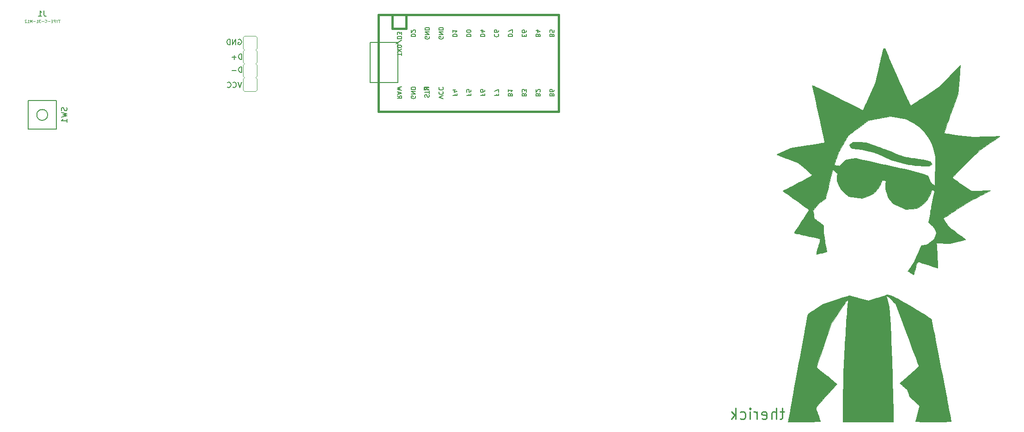
<source format=gbr>
G04 #@! TF.GenerationSoftware,KiCad,Pcbnew,(5.1.2-1)-1*
G04 #@! TF.CreationDate,2019-11-24T06:11:25-06:00*
G04 #@! TF.ProjectId,therick_THT,74686572-6963-46b5-9f54-48542e6b6963,rev?*
G04 #@! TF.SameCoordinates,Original*
G04 #@! TF.FileFunction,Legend,Bot*
G04 #@! TF.FilePolarity,Positive*
%FSLAX46Y46*%
G04 Gerber Fmt 4.6, Leading zero omitted, Abs format (unit mm)*
G04 Created by KiCad (PCBNEW (5.1.2-1)-1) date 2019-11-24 06:11:25*
%MOMM*%
%LPD*%
G04 APERTURE LIST*
%ADD10C,0.125000*%
%ADD11C,0.150000*%
%ADD12C,0.250000*%
%ADD13C,0.120000*%
%ADD14C,0.381000*%
%ADD15C,0.010000*%
G04 APERTURE END LIST*
D10*
X87387500Y-36503440D02*
X87101785Y-36503440D01*
X87244642Y-37003440D02*
X87244642Y-36503440D01*
X86839880Y-36765345D02*
X86839880Y-37003440D01*
X87006547Y-36503440D02*
X86839880Y-36765345D01*
X86673214Y-36503440D01*
X86506547Y-37003440D02*
X86506547Y-36503440D01*
X86316071Y-36503440D01*
X86268452Y-36527250D01*
X86244642Y-36551059D01*
X86220833Y-36598678D01*
X86220833Y-36670107D01*
X86244642Y-36717726D01*
X86268452Y-36741535D01*
X86316071Y-36765345D01*
X86506547Y-36765345D01*
X86006547Y-36741535D02*
X85839880Y-36741535D01*
X85768452Y-37003440D02*
X86006547Y-37003440D01*
X86006547Y-36503440D01*
X85768452Y-36503440D01*
X85554166Y-36812964D02*
X85173214Y-36812964D01*
X84649404Y-36955821D02*
X84673214Y-36979630D01*
X84744642Y-37003440D01*
X84792261Y-37003440D01*
X84863690Y-36979630D01*
X84911309Y-36932011D01*
X84935119Y-36884392D01*
X84958928Y-36789154D01*
X84958928Y-36717726D01*
X84935119Y-36622488D01*
X84911309Y-36574869D01*
X84863690Y-36527250D01*
X84792261Y-36503440D01*
X84744642Y-36503440D01*
X84673214Y-36527250D01*
X84649404Y-36551059D01*
X84435119Y-36812964D02*
X84054166Y-36812964D01*
X83863690Y-36503440D02*
X83554166Y-36503440D01*
X83720833Y-36693916D01*
X83649404Y-36693916D01*
X83601785Y-36717726D01*
X83577976Y-36741535D01*
X83554166Y-36789154D01*
X83554166Y-36908202D01*
X83577976Y-36955821D01*
X83601785Y-36979630D01*
X83649404Y-37003440D01*
X83792261Y-37003440D01*
X83839880Y-36979630D01*
X83863690Y-36955821D01*
X83077976Y-37003440D02*
X83363690Y-37003440D01*
X83220833Y-37003440D02*
X83220833Y-36503440D01*
X83268452Y-36574869D01*
X83316071Y-36622488D01*
X83363690Y-36646297D01*
X82863690Y-36812964D02*
X82482738Y-36812964D01*
X82244642Y-37003440D02*
X82244642Y-36503440D01*
X82077976Y-36860583D01*
X81911309Y-36503440D01*
X81911309Y-37003440D01*
X81411309Y-37003440D02*
X81697023Y-37003440D01*
X81554166Y-37003440D02*
X81554166Y-36503440D01*
X81601785Y-36574869D01*
X81649404Y-36622488D01*
X81697023Y-36646297D01*
X81220833Y-36551059D02*
X81197023Y-36527250D01*
X81149404Y-36503440D01*
X81030357Y-36503440D01*
X80982738Y-36527250D01*
X80958928Y-36551059D01*
X80935119Y-36598678D01*
X80935119Y-36646297D01*
X80958928Y-36717726D01*
X81244642Y-37003440D01*
X80935119Y-37003440D01*
D11*
X149288500Y-40640000D02*
X144208500Y-40640000D01*
X149288500Y-48006000D02*
X149288500Y-40640000D01*
X144208500Y-48006000D02*
X149288500Y-48006000D01*
X144208500Y-40640000D02*
X144208500Y-48006000D01*
D12*
X220042261Y-108496428D02*
X219280357Y-108496428D01*
X219756547Y-107829761D02*
X219756547Y-109544047D01*
X219661309Y-109734523D01*
X219470833Y-109829761D01*
X219280357Y-109829761D01*
X218613690Y-109829761D02*
X218613690Y-107829761D01*
X217756547Y-109829761D02*
X217756547Y-108782142D01*
X217851785Y-108591666D01*
X218042261Y-108496428D01*
X218327976Y-108496428D01*
X218518452Y-108591666D01*
X218613690Y-108686904D01*
X216042261Y-109734523D02*
X216232738Y-109829761D01*
X216613690Y-109829761D01*
X216804166Y-109734523D01*
X216899404Y-109544047D01*
X216899404Y-108782142D01*
X216804166Y-108591666D01*
X216613690Y-108496428D01*
X216232738Y-108496428D01*
X216042261Y-108591666D01*
X215947023Y-108782142D01*
X215947023Y-108972619D01*
X216899404Y-109163095D01*
X215089880Y-109829761D02*
X215089880Y-108496428D01*
X215089880Y-108877380D02*
X214994642Y-108686904D01*
X214899404Y-108591666D01*
X214708928Y-108496428D01*
X214518452Y-108496428D01*
X213851785Y-109829761D02*
X213851785Y-108496428D01*
X213851785Y-107829761D02*
X213947023Y-107925000D01*
X213851785Y-108020238D01*
X213756547Y-107925000D01*
X213851785Y-107829761D01*
X213851785Y-108020238D01*
X212042261Y-109734523D02*
X212232738Y-109829761D01*
X212613690Y-109829761D01*
X212804166Y-109734523D01*
X212899404Y-109639285D01*
X212994642Y-109448809D01*
X212994642Y-108877380D01*
X212899404Y-108686904D01*
X212804166Y-108591666D01*
X212613690Y-108496428D01*
X212232738Y-108496428D01*
X212042261Y-108591666D01*
X211185119Y-109829761D02*
X211185119Y-107829761D01*
X210994642Y-109067857D02*
X210423214Y-109829761D01*
X210423214Y-108496428D02*
X211185119Y-109258333D01*
D11*
X81537500Y-51375000D02*
X81537500Y-56575000D01*
X81537500Y-56575000D02*
X86737500Y-56575000D01*
X86737500Y-56575000D02*
X86737500Y-51375000D01*
X86737500Y-51375000D02*
X81537500Y-51375000D01*
X85137500Y-53975000D02*
G75*
G03X85137500Y-53975000I-1000000J0D01*
G01*
D13*
X123266000Y-49600000D02*
X121234000Y-49600000D01*
X123266000Y-44520000D02*
X123520000Y-44266000D01*
X123520000Y-46806000D02*
X123520000Y-44774000D01*
X123520000Y-41726000D02*
X123520000Y-39694000D01*
X123520000Y-39694000D02*
X123266000Y-39440000D01*
X123520000Y-44266000D02*
X123520000Y-42234000D01*
X123266000Y-49600000D02*
X123520000Y-49346000D01*
X123266000Y-47060000D02*
X123520000Y-46806000D01*
X123520000Y-42234000D02*
X123266000Y-41980000D01*
X123266000Y-41980000D02*
X123520000Y-41726000D01*
X123520000Y-49346000D02*
X123520000Y-47314000D01*
X123520000Y-44774000D02*
X123266000Y-44520000D01*
X123520000Y-47314000D02*
X123266000Y-47060000D01*
X123266000Y-49600000D02*
X123520000Y-49346000D01*
X123520000Y-39694000D02*
X123266000Y-39440000D01*
X121234000Y-39440000D02*
X123266000Y-39440000D01*
X120980000Y-39694000D02*
X121234000Y-39440000D01*
X120980000Y-47314000D02*
X120980000Y-49346000D01*
X120980000Y-49346000D02*
X121234000Y-49600000D01*
X121234000Y-47060000D02*
X120980000Y-47314000D01*
X120980000Y-46806000D02*
X121234000Y-47060000D01*
X120980000Y-44774000D02*
X120980000Y-46806000D01*
X121234000Y-44520000D02*
X120980000Y-44774000D01*
X120980000Y-44266000D02*
X121234000Y-44520000D01*
X120980000Y-42234000D02*
X120980000Y-44266000D01*
X121234000Y-41980000D02*
X120980000Y-42234000D01*
X120980000Y-41726000D02*
X121234000Y-41980000D01*
X120980000Y-41472000D02*
X120980000Y-41726000D01*
X120980000Y-39694000D02*
X120980000Y-41472000D01*
D14*
X148272500Y-38100000D02*
X148272500Y-35560000D01*
X145732500Y-35560000D02*
X148272500Y-35560000D01*
X145732500Y-53340000D02*
X145732500Y-35560000D01*
X148272500Y-53340000D02*
X145732500Y-53340000D01*
D11*
G36*
X154751860Y-49381568D02*
G01*
X154951860Y-49381568D01*
X154951860Y-49281568D01*
X154751860Y-49281568D01*
X154751860Y-49381568D01*
G37*
X154751860Y-49381568D02*
X154951860Y-49381568D01*
X154951860Y-49281568D01*
X154751860Y-49281568D01*
X154751860Y-49381568D01*
G36*
X154151860Y-48981568D02*
G01*
X154951860Y-48981568D01*
X154951860Y-48881568D01*
X154151860Y-48881568D01*
X154151860Y-48981568D01*
G37*
X154151860Y-48981568D02*
X154951860Y-48981568D01*
X154951860Y-48881568D01*
X154151860Y-48881568D01*
X154151860Y-48981568D01*
G36*
X154151860Y-49381568D02*
G01*
X154251860Y-49381568D01*
X154251860Y-48881568D01*
X154151860Y-48881568D01*
X154151860Y-49381568D01*
G37*
X154151860Y-49381568D02*
X154251860Y-49381568D01*
X154251860Y-48881568D01*
X154151860Y-48881568D01*
X154151860Y-49381568D01*
G36*
X154551860Y-49181568D02*
G01*
X154651860Y-49181568D01*
X154651860Y-49081568D01*
X154551860Y-49081568D01*
X154551860Y-49181568D01*
G37*
X154551860Y-49181568D02*
X154651860Y-49181568D01*
X154651860Y-49081568D01*
X154551860Y-49081568D01*
X154551860Y-49181568D01*
G36*
X154151860Y-49381568D02*
G01*
X154451860Y-49381568D01*
X154451860Y-49281568D01*
X154151860Y-49281568D01*
X154151860Y-49381568D01*
G37*
X154151860Y-49381568D02*
X154451860Y-49381568D01*
X154451860Y-49281568D01*
X154151860Y-49281568D01*
X154151860Y-49381568D01*
D14*
X150812500Y-38100000D02*
X150812500Y-35560000D01*
X148272500Y-38100000D02*
X150812500Y-38100000D01*
X178752500Y-53340000D02*
X148272500Y-53340000D01*
X178752500Y-35560000D02*
X178752500Y-53340000D01*
X148272500Y-35560000D02*
X178752500Y-35560000D01*
D15*
G36*
X238766725Y-86989189D02*
G01*
X238755046Y-87011614D01*
X238691122Y-87047391D01*
X238522006Y-87115142D01*
X238263787Y-87209164D01*
X237932556Y-87323759D01*
X237544404Y-87453224D01*
X237133478Y-87586109D01*
X235533450Y-88095990D01*
X233800100Y-87641289D01*
X233350735Y-87522022D01*
X232942444Y-87411001D01*
X232591115Y-87312759D01*
X232312640Y-87231830D01*
X232122908Y-87172750D01*
X232037810Y-87140051D01*
X232035000Y-87137625D01*
X231970206Y-87147250D01*
X231798525Y-87195209D01*
X231532750Y-87277341D01*
X231185674Y-87389488D01*
X230770091Y-87527490D01*
X230298793Y-87687187D01*
X229784574Y-87864420D01*
X229573701Y-87937904D01*
X227144152Y-88787146D01*
X225858951Y-89591816D01*
X225493987Y-89821204D01*
X225162585Y-90031171D01*
X224880774Y-90211427D01*
X224664578Y-90351684D01*
X224530026Y-90441652D01*
X224494302Y-90467959D01*
X224453303Y-90554500D01*
X224397672Y-90740363D01*
X224334209Y-90999689D01*
X224269717Y-91306623D01*
X224258968Y-91362591D01*
X224164575Y-91863615D01*
X224051384Y-92468794D01*
X223921632Y-93165919D01*
X223777555Y-93942782D01*
X223621389Y-94787175D01*
X223455370Y-95686889D01*
X223281734Y-96629716D01*
X223102717Y-97603446D01*
X222920556Y-98595872D01*
X222737486Y-99594786D01*
X222555745Y-100587977D01*
X222377566Y-101563239D01*
X222205188Y-102508362D01*
X222040846Y-103411139D01*
X221886777Y-104259360D01*
X221745215Y-105040817D01*
X221618399Y-105743302D01*
X221508563Y-106354606D01*
X221417943Y-106862521D01*
X221363323Y-107171750D01*
X221259464Y-107762400D01*
X221161380Y-108318033D01*
X221071433Y-108825418D01*
X220991988Y-109271326D01*
X220925406Y-109642528D01*
X220874050Y-109925792D01*
X220840284Y-110107890D01*
X220827454Y-110172125D01*
X220793081Y-110315000D01*
X223747041Y-110315000D01*
X224345895Y-110314068D01*
X224904062Y-110311399D01*
X225409078Y-110307182D01*
X225848479Y-110301605D01*
X226209800Y-110294859D01*
X226480577Y-110287131D01*
X226648345Y-110278612D01*
X226701000Y-110270193D01*
X226681088Y-110199067D01*
X226625567Y-110026991D01*
X226540766Y-109772889D01*
X226433010Y-109455688D01*
X226308627Y-109094313D01*
X226288251Y-109035517D01*
X226161384Y-108665337D01*
X226050312Y-108332736D01*
X225961436Y-108057588D01*
X225901159Y-107859769D01*
X225875882Y-107759154D01*
X225875501Y-107754105D01*
X225917075Y-107689581D01*
X226036054Y-107541486D01*
X226223820Y-107319680D01*
X226471758Y-107034026D01*
X226771251Y-106694382D01*
X227113683Y-106310610D01*
X227490436Y-105892571D01*
X227796375Y-105555868D01*
X228193429Y-105119755D01*
X228563320Y-104712226D01*
X228897402Y-104342896D01*
X229187031Y-104021382D01*
X229423561Y-103757298D01*
X229598347Y-103560260D01*
X229702743Y-103439885D01*
X229729730Y-103405460D01*
X229684583Y-103357467D01*
X229550558Y-103239679D01*
X229338449Y-103060999D01*
X229059055Y-102830333D01*
X228723170Y-102556587D01*
X228341593Y-102248665D01*
X227925118Y-101915472D01*
X227872355Y-101873455D01*
X227451315Y-101536032D01*
X227063398Y-101220719D01*
X226719531Y-100936737D01*
X226430640Y-100693306D01*
X226207653Y-100499644D01*
X226061496Y-100364972D01*
X226003098Y-100298509D01*
X226002500Y-100295767D01*
X226022659Y-100221809D01*
X226080855Y-100037974D01*
X226173672Y-99754432D01*
X226297694Y-99381349D01*
X226449503Y-98928895D01*
X226625682Y-98407236D01*
X226822814Y-97826541D01*
X227037483Y-97196978D01*
X227266270Y-96528714D01*
X227369576Y-96227811D01*
X228736652Y-92249250D01*
X230147701Y-90127458D01*
X230522153Y-89565020D01*
X230832869Y-89100033D01*
X231085948Y-88723871D01*
X231287488Y-88427908D01*
X231443587Y-88203516D01*
X231560343Y-88042072D01*
X231643854Y-87934948D01*
X231700219Y-87873518D01*
X231735535Y-87849157D01*
X231755639Y-87852971D01*
X231755539Y-87919078D01*
X231745842Y-88098614D01*
X231727495Y-88378450D01*
X231701444Y-88745453D01*
X231668636Y-89186492D01*
X231630018Y-89688437D01*
X231586537Y-90238154D01*
X231559713Y-90570620D01*
X231515998Y-91134561D01*
X231467662Y-91804099D01*
X231416050Y-92557969D01*
X231362506Y-93374909D01*
X231308376Y-94233654D01*
X231255004Y-95112941D01*
X231203736Y-95991507D01*
X231155915Y-96848088D01*
X231120189Y-97519750D01*
X231070265Y-98499267D01*
X231027685Y-99376938D01*
X230991694Y-100177165D01*
X230961540Y-100924356D01*
X230936469Y-101642913D01*
X230915727Y-102357244D01*
X230898562Y-103091752D01*
X230884220Y-103870843D01*
X230871948Y-104718922D01*
X230860992Y-105660395D01*
X230857048Y-106044625D01*
X230814487Y-110315000D01*
X240099500Y-110315000D01*
X240099326Y-109727625D01*
X240097312Y-109543732D01*
X240091613Y-109248522D01*
X240082633Y-108857611D01*
X240070777Y-108386615D01*
X240056451Y-107851150D01*
X240040058Y-107266833D01*
X240022003Y-106649280D01*
X240005109Y-106092250D01*
X239983833Y-105394301D01*
X239960005Y-104598013D01*
X239934456Y-103732002D01*
X239908014Y-102824883D01*
X239881510Y-101905272D01*
X239855775Y-101001785D01*
X239831637Y-100143038D01*
X239812636Y-99456500D01*
X239788274Y-98644962D01*
X239757768Y-97751755D01*
X239722395Y-96807632D01*
X239683430Y-95843344D01*
X239642153Y-94889646D01*
X239599838Y-93977289D01*
X239557765Y-93137027D01*
X239525754Y-92548239D01*
X239337302Y-89227728D01*
X239045762Y-88209670D01*
X238951003Y-87869732D01*
X238873388Y-87573670D01*
X238817991Y-87342350D01*
X238789887Y-87196637D01*
X238789557Y-87156277D01*
X238853622Y-87177437D01*
X238991648Y-87276812D01*
X239189000Y-87441625D01*
X239431040Y-87659098D01*
X239703132Y-87916456D01*
X239990638Y-88200921D01*
X240017476Y-88228135D01*
X240475202Y-88693250D01*
X242605101Y-94359171D01*
X242909861Y-95170766D01*
X243201583Y-95949354D01*
X243477190Y-96686626D01*
X243733605Y-97374270D01*
X243967751Y-98003977D01*
X244176549Y-98567436D01*
X244356922Y-99056338D01*
X244505793Y-99462372D01*
X244620084Y-99777229D01*
X244696718Y-99992597D01*
X244732617Y-100100168D01*
X244735000Y-100110560D01*
X244688730Y-100170641D01*
X244557066Y-100303825D01*
X244350731Y-100500204D01*
X244080447Y-100749870D01*
X243756938Y-101042915D01*
X243390926Y-101369432D01*
X243004625Y-101709463D01*
X242608056Y-102057543D01*
X242243474Y-102379916D01*
X241921563Y-102666953D01*
X241653005Y-102909027D01*
X241448481Y-103096510D01*
X241318675Y-103219774D01*
X241274250Y-103268998D01*
X241320877Y-103323744D01*
X241448711Y-103441764D01*
X241639683Y-103607124D01*
X241875725Y-103803894D01*
X241945727Y-103861062D01*
X242617204Y-104407025D01*
X242818255Y-105059137D01*
X243019306Y-105711250D01*
X243940653Y-106530694D01*
X244241840Y-106804179D01*
X244497576Y-107047405D01*
X244694839Y-107247211D01*
X244820606Y-107390434D01*
X244862000Y-107461901D01*
X244845896Y-107546551D01*
X244801549Y-107731345D01*
X244734909Y-107994116D01*
X244651928Y-108312699D01*
X244558554Y-108664927D01*
X244460740Y-109028634D01*
X244364434Y-109381653D01*
X244275587Y-109701819D01*
X244200150Y-109966964D01*
X244144072Y-110154922D01*
X244118728Y-110230788D01*
X244130300Y-110249964D01*
X244187011Y-110266122D01*
X244297945Y-110279496D01*
X244472190Y-110290323D01*
X244718831Y-110298839D01*
X245046955Y-110305279D01*
X245465647Y-110309879D01*
X245983993Y-110312875D01*
X246611080Y-110314504D01*
X247355995Y-110314999D01*
X247363457Y-110315000D01*
X248103316Y-110314595D01*
X248725815Y-110313201D01*
X249240591Y-110310552D01*
X249657281Y-110306381D01*
X249985522Y-110300418D01*
X250234952Y-110292398D01*
X250415207Y-110282053D01*
X250535927Y-110269115D01*
X250606746Y-110253317D01*
X250637304Y-110234391D01*
X250640500Y-110224076D01*
X250628678Y-110133661D01*
X250594286Y-109928417D01*
X250538935Y-109616684D01*
X250464236Y-109206805D01*
X250371800Y-108707121D01*
X250263238Y-108125973D01*
X250140161Y-107471702D01*
X250004180Y-106752651D01*
X249856906Y-105977160D01*
X249699951Y-105153571D01*
X249534924Y-104290226D01*
X249363437Y-103395466D01*
X249187101Y-102477632D01*
X249007527Y-101545066D01*
X248826326Y-100606109D01*
X248645110Y-99669103D01*
X248465488Y-98742390D01*
X248289072Y-97834310D01*
X248117474Y-96953205D01*
X247952304Y-96107417D01*
X247795172Y-95305286D01*
X247647691Y-94555156D01*
X247511471Y-93865366D01*
X247388123Y-93244259D01*
X247279258Y-92700175D01*
X247186487Y-92241457D01*
X247111421Y-91876446D01*
X247055671Y-91613483D01*
X247020848Y-91460909D01*
X247009612Y-91424067D01*
X246940822Y-91377366D01*
X246773685Y-91271110D01*
X246518439Y-91111616D01*
X246185320Y-90905201D01*
X245784563Y-90658180D01*
X245326405Y-90376869D01*
X244821083Y-90067586D01*
X244278832Y-89736645D01*
X243974971Y-89551585D01*
X243285057Y-89132762D01*
X242691308Y-88774889D01*
X242182260Y-88471493D01*
X241746454Y-88216097D01*
X241372428Y-88002229D01*
X241048722Y-87823415D01*
X240763874Y-87673180D01*
X240506423Y-87545051D01*
X240264908Y-87432552D01*
X240079997Y-87351396D01*
X239625820Y-87164002D01*
X239275102Y-87036058D01*
X239020146Y-86965591D01*
X238853253Y-86950626D01*
X238766725Y-86989189D01*
X238766725Y-86989189D01*
G37*
X238766725Y-86989189D02*
X238755046Y-87011614D01*
X238691122Y-87047391D01*
X238522006Y-87115142D01*
X238263787Y-87209164D01*
X237932556Y-87323759D01*
X237544404Y-87453224D01*
X237133478Y-87586109D01*
X235533450Y-88095990D01*
X233800100Y-87641289D01*
X233350735Y-87522022D01*
X232942444Y-87411001D01*
X232591115Y-87312759D01*
X232312640Y-87231830D01*
X232122908Y-87172750D01*
X232037810Y-87140051D01*
X232035000Y-87137625D01*
X231970206Y-87147250D01*
X231798525Y-87195209D01*
X231532750Y-87277341D01*
X231185674Y-87389488D01*
X230770091Y-87527490D01*
X230298793Y-87687187D01*
X229784574Y-87864420D01*
X229573701Y-87937904D01*
X227144152Y-88787146D01*
X225858951Y-89591816D01*
X225493987Y-89821204D01*
X225162585Y-90031171D01*
X224880774Y-90211427D01*
X224664578Y-90351684D01*
X224530026Y-90441652D01*
X224494302Y-90467959D01*
X224453303Y-90554500D01*
X224397672Y-90740363D01*
X224334209Y-90999689D01*
X224269717Y-91306623D01*
X224258968Y-91362591D01*
X224164575Y-91863615D01*
X224051384Y-92468794D01*
X223921632Y-93165919D01*
X223777555Y-93942782D01*
X223621389Y-94787175D01*
X223455370Y-95686889D01*
X223281734Y-96629716D01*
X223102717Y-97603446D01*
X222920556Y-98595872D01*
X222737486Y-99594786D01*
X222555745Y-100587977D01*
X222377566Y-101563239D01*
X222205188Y-102508362D01*
X222040846Y-103411139D01*
X221886777Y-104259360D01*
X221745215Y-105040817D01*
X221618399Y-105743302D01*
X221508563Y-106354606D01*
X221417943Y-106862521D01*
X221363323Y-107171750D01*
X221259464Y-107762400D01*
X221161380Y-108318033D01*
X221071433Y-108825418D01*
X220991988Y-109271326D01*
X220925406Y-109642528D01*
X220874050Y-109925792D01*
X220840284Y-110107890D01*
X220827454Y-110172125D01*
X220793081Y-110315000D01*
X223747041Y-110315000D01*
X224345895Y-110314068D01*
X224904062Y-110311399D01*
X225409078Y-110307182D01*
X225848479Y-110301605D01*
X226209800Y-110294859D01*
X226480577Y-110287131D01*
X226648345Y-110278612D01*
X226701000Y-110270193D01*
X226681088Y-110199067D01*
X226625567Y-110026991D01*
X226540766Y-109772889D01*
X226433010Y-109455688D01*
X226308627Y-109094313D01*
X226288251Y-109035517D01*
X226161384Y-108665337D01*
X226050312Y-108332736D01*
X225961436Y-108057588D01*
X225901159Y-107859769D01*
X225875882Y-107759154D01*
X225875501Y-107754105D01*
X225917075Y-107689581D01*
X226036054Y-107541486D01*
X226223820Y-107319680D01*
X226471758Y-107034026D01*
X226771251Y-106694382D01*
X227113683Y-106310610D01*
X227490436Y-105892571D01*
X227796375Y-105555868D01*
X228193429Y-105119755D01*
X228563320Y-104712226D01*
X228897402Y-104342896D01*
X229187031Y-104021382D01*
X229423561Y-103757298D01*
X229598347Y-103560260D01*
X229702743Y-103439885D01*
X229729730Y-103405460D01*
X229684583Y-103357467D01*
X229550558Y-103239679D01*
X229338449Y-103060999D01*
X229059055Y-102830333D01*
X228723170Y-102556587D01*
X228341593Y-102248665D01*
X227925118Y-101915472D01*
X227872355Y-101873455D01*
X227451315Y-101536032D01*
X227063398Y-101220719D01*
X226719531Y-100936737D01*
X226430640Y-100693306D01*
X226207653Y-100499644D01*
X226061496Y-100364972D01*
X226003098Y-100298509D01*
X226002500Y-100295767D01*
X226022659Y-100221809D01*
X226080855Y-100037974D01*
X226173672Y-99754432D01*
X226297694Y-99381349D01*
X226449503Y-98928895D01*
X226625682Y-98407236D01*
X226822814Y-97826541D01*
X227037483Y-97196978D01*
X227266270Y-96528714D01*
X227369576Y-96227811D01*
X228736652Y-92249250D01*
X230147701Y-90127458D01*
X230522153Y-89565020D01*
X230832869Y-89100033D01*
X231085948Y-88723871D01*
X231287488Y-88427908D01*
X231443587Y-88203516D01*
X231560343Y-88042072D01*
X231643854Y-87934948D01*
X231700219Y-87873518D01*
X231735535Y-87849157D01*
X231755639Y-87852971D01*
X231755539Y-87919078D01*
X231745842Y-88098614D01*
X231727495Y-88378450D01*
X231701444Y-88745453D01*
X231668636Y-89186492D01*
X231630018Y-89688437D01*
X231586537Y-90238154D01*
X231559713Y-90570620D01*
X231515998Y-91134561D01*
X231467662Y-91804099D01*
X231416050Y-92557969D01*
X231362506Y-93374909D01*
X231308376Y-94233654D01*
X231255004Y-95112941D01*
X231203736Y-95991507D01*
X231155915Y-96848088D01*
X231120189Y-97519750D01*
X231070265Y-98499267D01*
X231027685Y-99376938D01*
X230991694Y-100177165D01*
X230961540Y-100924356D01*
X230936469Y-101642913D01*
X230915727Y-102357244D01*
X230898562Y-103091752D01*
X230884220Y-103870843D01*
X230871948Y-104718922D01*
X230860992Y-105660395D01*
X230857048Y-106044625D01*
X230814487Y-110315000D01*
X240099500Y-110315000D01*
X240099326Y-109727625D01*
X240097312Y-109543732D01*
X240091613Y-109248522D01*
X240082633Y-108857611D01*
X240070777Y-108386615D01*
X240056451Y-107851150D01*
X240040058Y-107266833D01*
X240022003Y-106649280D01*
X240005109Y-106092250D01*
X239983833Y-105394301D01*
X239960005Y-104598013D01*
X239934456Y-103732002D01*
X239908014Y-102824883D01*
X239881510Y-101905272D01*
X239855775Y-101001785D01*
X239831637Y-100143038D01*
X239812636Y-99456500D01*
X239788274Y-98644962D01*
X239757768Y-97751755D01*
X239722395Y-96807632D01*
X239683430Y-95843344D01*
X239642153Y-94889646D01*
X239599838Y-93977289D01*
X239557765Y-93137027D01*
X239525754Y-92548239D01*
X239337302Y-89227728D01*
X239045762Y-88209670D01*
X238951003Y-87869732D01*
X238873388Y-87573670D01*
X238817991Y-87342350D01*
X238789887Y-87196637D01*
X238789557Y-87156277D01*
X238853622Y-87177437D01*
X238991648Y-87276812D01*
X239189000Y-87441625D01*
X239431040Y-87659098D01*
X239703132Y-87916456D01*
X239990638Y-88200921D01*
X240017476Y-88228135D01*
X240475202Y-88693250D01*
X242605101Y-94359171D01*
X242909861Y-95170766D01*
X243201583Y-95949354D01*
X243477190Y-96686626D01*
X243733605Y-97374270D01*
X243967751Y-98003977D01*
X244176549Y-98567436D01*
X244356922Y-99056338D01*
X244505793Y-99462372D01*
X244620084Y-99777229D01*
X244696718Y-99992597D01*
X244732617Y-100100168D01*
X244735000Y-100110560D01*
X244688730Y-100170641D01*
X244557066Y-100303825D01*
X244350731Y-100500204D01*
X244080447Y-100749870D01*
X243756938Y-101042915D01*
X243390926Y-101369432D01*
X243004625Y-101709463D01*
X242608056Y-102057543D01*
X242243474Y-102379916D01*
X241921563Y-102666953D01*
X241653005Y-102909027D01*
X241448481Y-103096510D01*
X241318675Y-103219774D01*
X241274250Y-103268998D01*
X241320877Y-103323744D01*
X241448711Y-103441764D01*
X241639683Y-103607124D01*
X241875725Y-103803894D01*
X241945727Y-103861062D01*
X242617204Y-104407025D01*
X242818255Y-105059137D01*
X243019306Y-105711250D01*
X243940653Y-106530694D01*
X244241840Y-106804179D01*
X244497576Y-107047405D01*
X244694839Y-107247211D01*
X244820606Y-107390434D01*
X244862000Y-107461901D01*
X244845896Y-107546551D01*
X244801549Y-107731345D01*
X244734909Y-107994116D01*
X244651928Y-108312699D01*
X244558554Y-108664927D01*
X244460740Y-109028634D01*
X244364434Y-109381653D01*
X244275587Y-109701819D01*
X244200150Y-109966964D01*
X244144072Y-110154922D01*
X244118728Y-110230788D01*
X244130300Y-110249964D01*
X244187011Y-110266122D01*
X244297945Y-110279496D01*
X244472190Y-110290323D01*
X244718831Y-110298839D01*
X245046955Y-110305279D01*
X245465647Y-110309879D01*
X245983993Y-110312875D01*
X246611080Y-110314504D01*
X247355995Y-110314999D01*
X247363457Y-110315000D01*
X248103316Y-110314595D01*
X248725815Y-110313201D01*
X249240591Y-110310552D01*
X249657281Y-110306381D01*
X249985522Y-110300418D01*
X250234952Y-110292398D01*
X250415207Y-110282053D01*
X250535927Y-110269115D01*
X250606746Y-110253317D01*
X250637304Y-110234391D01*
X250640500Y-110224076D01*
X250628678Y-110133661D01*
X250594286Y-109928417D01*
X250538935Y-109616684D01*
X250464236Y-109206805D01*
X250371800Y-108707121D01*
X250263238Y-108125973D01*
X250140161Y-107471702D01*
X250004180Y-106752651D01*
X249856906Y-105977160D01*
X249699951Y-105153571D01*
X249534924Y-104290226D01*
X249363437Y-103395466D01*
X249187101Y-102477632D01*
X249007527Y-101545066D01*
X248826326Y-100606109D01*
X248645110Y-99669103D01*
X248465488Y-98742390D01*
X248289072Y-97834310D01*
X248117474Y-96953205D01*
X247952304Y-96107417D01*
X247795172Y-95305286D01*
X247647691Y-94555156D01*
X247511471Y-93865366D01*
X247388123Y-93244259D01*
X247279258Y-92700175D01*
X247186487Y-92241457D01*
X247111421Y-91876446D01*
X247055671Y-91613483D01*
X247020848Y-91460909D01*
X247009612Y-91424067D01*
X246940822Y-91377366D01*
X246773685Y-91271110D01*
X246518439Y-91111616D01*
X246185320Y-90905201D01*
X245784563Y-90658180D01*
X245326405Y-90376869D01*
X244821083Y-90067586D01*
X244278832Y-89736645D01*
X243974971Y-89551585D01*
X243285057Y-89132762D01*
X242691308Y-88774889D01*
X242182260Y-88471493D01*
X241746454Y-88216097D01*
X241372428Y-88002229D01*
X241048722Y-87823415D01*
X240763874Y-87673180D01*
X240506423Y-87545051D01*
X240264908Y-87432552D01*
X240079997Y-87351396D01*
X239625820Y-87164002D01*
X239275102Y-87036058D01*
X239020146Y-86965591D01*
X238853253Y-86950626D01*
X238766725Y-86989189D01*
G36*
X238293653Y-41747196D02*
G01*
X238258000Y-41769092D01*
X238243467Y-41835634D01*
X238201745Y-42013825D01*
X238135657Y-42291909D01*
X238048024Y-42658133D01*
X237941666Y-43100742D01*
X237819404Y-43607980D01*
X237684059Y-44168092D01*
X237538452Y-44769325D01*
X237497147Y-44939647D01*
X236736293Y-48076108D01*
X235639772Y-50588508D01*
X235372918Y-51195469D01*
X235132830Y-51732574D01*
X234923138Y-52192108D01*
X234747471Y-52566353D01*
X234609459Y-52847593D01*
X234512733Y-53028114D01*
X234460922Y-53100199D01*
X234457665Y-53101203D01*
X234388958Y-53073237D01*
X234215611Y-52992092D01*
X233946247Y-52862046D01*
X233589487Y-52687373D01*
X233153954Y-52472349D01*
X232648270Y-52221249D01*
X232081056Y-51938348D01*
X231460935Y-51627921D01*
X230796529Y-51294244D01*
X230096460Y-50941593D01*
X229771813Y-50777707D01*
X228932596Y-50354127D01*
X228199676Y-49985061D01*
X227566244Y-49667264D01*
X227025490Y-49397494D01*
X226570605Y-49172506D01*
X226194779Y-48989055D01*
X225891204Y-48843899D01*
X225653070Y-48733792D01*
X225473568Y-48655492D01*
X225345889Y-48605753D01*
X225263223Y-48581332D01*
X225218760Y-48578985D01*
X225205693Y-48595468D01*
X225206689Y-48602832D01*
X225253027Y-48803490D01*
X225320909Y-49103513D01*
X225407924Y-49491900D01*
X225511662Y-49957648D01*
X225629711Y-50489755D01*
X225759660Y-51077219D01*
X225899097Y-51709038D01*
X226045611Y-52374210D01*
X226196791Y-53061732D01*
X226350225Y-53760603D01*
X226503503Y-54459821D01*
X226654214Y-55148383D01*
X226799945Y-55815288D01*
X226938285Y-56449533D01*
X227066825Y-57040116D01*
X227183151Y-57576035D01*
X227284853Y-58046288D01*
X227369520Y-58439873D01*
X227434740Y-58745787D01*
X227478102Y-58953029D01*
X227497195Y-59050597D01*
X227497824Y-59056842D01*
X227433166Y-59070541D01*
X227255126Y-59102373D01*
X226975718Y-59150331D01*
X226606953Y-59212408D01*
X226160843Y-59286598D01*
X225649400Y-59370895D01*
X225084637Y-59463291D01*
X224478565Y-59561780D01*
X224364819Y-59580194D01*
X221251470Y-60083889D01*
X219975735Y-60639468D01*
X219604080Y-60802770D01*
X219275076Y-60950100D01*
X219005423Y-61073751D01*
X218811818Y-61166017D01*
X218710962Y-61219189D01*
X218700267Y-61228149D01*
X218757475Y-61257724D01*
X218919755Y-61326484D01*
X219173291Y-61428956D01*
X219504264Y-61559666D01*
X219898857Y-61713143D01*
X220343253Y-61883914D01*
X220673343Y-62009592D01*
X222646152Y-62757935D01*
X223943326Y-63872514D01*
X224286108Y-64168592D01*
X224594912Y-64438289D01*
X224857245Y-64670453D01*
X225060614Y-64853932D01*
X225192524Y-64977573D01*
X225240483Y-65030225D01*
X225240500Y-65030463D01*
X225186411Y-65070251D01*
X225033461Y-65160895D01*
X224795627Y-65294974D01*
X224486886Y-65465064D01*
X224121216Y-65663741D01*
X223712593Y-65883583D01*
X223274993Y-66117165D01*
X222822395Y-66357066D01*
X222368775Y-66595860D01*
X221928111Y-66826126D01*
X221514378Y-67040440D01*
X221141554Y-67231378D01*
X220823617Y-67391517D01*
X220574542Y-67513434D01*
X220493875Y-67551434D01*
X220234747Y-67675318D01*
X220024558Y-67783342D01*
X219886476Y-67863087D01*
X219843000Y-67900274D01*
X219893086Y-67945738D01*
X220036526Y-68057184D01*
X220263094Y-68227107D01*
X220562566Y-68448004D01*
X220924715Y-68712368D01*
X221339317Y-69012697D01*
X221796146Y-69341485D01*
X222224250Y-69647890D01*
X222709936Y-69996075D01*
X223162324Y-70323189D01*
X223571177Y-70621627D01*
X223926258Y-70883784D01*
X224217331Y-71102058D01*
X224434160Y-71268844D01*
X224566506Y-71376539D01*
X224604960Y-71416321D01*
X224571036Y-71482911D01*
X224474544Y-71643529D01*
X224323033Y-71886316D01*
X224124052Y-72199409D01*
X223885152Y-72570950D01*
X223613880Y-72989076D01*
X223317788Y-73441928D01*
X223247791Y-73548500D01*
X222948262Y-74005463D01*
X222672653Y-74428462D01*
X222428352Y-74805969D01*
X222222744Y-75126454D01*
X222063217Y-75378390D01*
X221957157Y-75550248D01*
X221911950Y-75630501D01*
X221910991Y-75634868D01*
X221975280Y-75653331D01*
X222149941Y-75696199D01*
X222421371Y-75760320D01*
X222775967Y-75842544D01*
X223200126Y-75939720D01*
X223680246Y-76048698D01*
X224202724Y-76166327D01*
X224290178Y-76185927D01*
X224818340Y-76304662D01*
X225306447Y-76415238D01*
X225740878Y-76514504D01*
X226108012Y-76599313D01*
X226394227Y-76666512D01*
X226585902Y-76712953D01*
X226669415Y-76735486D01*
X226671834Y-76736666D01*
X226662487Y-76801648D01*
X226624052Y-76971579D01*
X226560896Y-77228895D01*
X226477384Y-77556030D01*
X226377881Y-77935419D01*
X226320000Y-78152250D01*
X226213420Y-78551615D01*
X226119744Y-78907344D01*
X226043455Y-79202027D01*
X225989033Y-79418256D01*
X225960958Y-79538621D01*
X225958309Y-79557612D01*
X226021385Y-79548810D01*
X226181992Y-79515317D01*
X226414457Y-79463248D01*
X226693103Y-79398721D01*
X226992256Y-79327853D01*
X227286242Y-79256761D01*
X227549385Y-79191562D01*
X227756011Y-79138373D01*
X227880446Y-79103311D01*
X227904632Y-79093898D01*
X227903839Y-79023799D01*
X227863896Y-78886035D01*
X227855795Y-78864201D01*
X227823442Y-78744856D01*
X227774783Y-78520513D01*
X227713762Y-78211548D01*
X227644324Y-77838339D01*
X227570413Y-77421261D01*
X227525288Y-77156816D01*
X227430376Y-76571808D01*
X227360252Y-76088396D01*
X227312347Y-75684157D01*
X227284094Y-75336668D01*
X227272925Y-75023506D01*
X227272500Y-74949373D01*
X227272500Y-74245362D01*
X226415250Y-73609696D01*
X226132094Y-73398646D01*
X225888377Y-73214926D01*
X225700819Y-73071305D01*
X225586136Y-72980555D01*
X225558000Y-72954818D01*
X225549723Y-72888048D01*
X225527309Y-72722096D01*
X225494385Y-72483530D01*
X225462538Y-72255550D01*
X225367075Y-71575494D01*
X225944050Y-70846793D01*
X226188829Y-70543203D01*
X226385019Y-70317594D01*
X226558730Y-70145239D01*
X226736073Y-70001410D01*
X226943158Y-69861379D01*
X227063600Y-69786534D01*
X227300736Y-69632506D01*
X227497420Y-69487786D01*
X227626840Y-69373002D01*
X227661144Y-69326863D01*
X227690919Y-69229491D01*
X227743797Y-69027894D01*
X227814932Y-68741736D01*
X227899478Y-68390677D01*
X227992587Y-67994380D01*
X228037086Y-67801750D01*
X228179789Y-67185631D01*
X228320157Y-66588952D01*
X228455049Y-66024360D01*
X228581325Y-65504504D01*
X228695844Y-65042033D01*
X228795466Y-64649596D01*
X228877050Y-64339840D01*
X228937454Y-64125414D01*
X228973539Y-64018967D01*
X228978428Y-64010670D01*
X229040342Y-64029792D01*
X229170929Y-64119024D01*
X229346444Y-64261369D01*
X229424976Y-64330327D01*
X229830943Y-64694563D01*
X229772908Y-65377653D01*
X229714874Y-66060744D01*
X230092095Y-66885067D01*
X230469316Y-67709391D01*
X231812750Y-68956901D01*
X233101994Y-69112550D01*
X234391237Y-69268199D01*
X235465937Y-68820724D01*
X236540636Y-68373250D01*
X237075479Y-67677958D01*
X237407238Y-67220135D01*
X237653275Y-66817599D01*
X237818087Y-66471458D01*
X237913355Y-66239124D01*
X237989903Y-66056318D01*
X238035783Y-65951410D01*
X238042923Y-65937544D01*
X238108372Y-65939221D01*
X238258305Y-65967817D01*
X238387130Y-65998682D01*
X238714266Y-66082524D01*
X238666482Y-66719887D01*
X238644471Y-67009686D01*
X238631635Y-67224434D01*
X238631774Y-67395774D01*
X238648693Y-67555350D01*
X238686192Y-67734805D01*
X238748074Y-67965781D01*
X238838141Y-68279922D01*
X238865284Y-68374384D01*
X239101681Y-69198750D01*
X239597609Y-69741373D01*
X240093536Y-70283996D01*
X241223643Y-70794432D01*
X242353750Y-71304869D01*
X243369750Y-71233148D01*
X244385750Y-71161428D01*
X245052500Y-70702465D01*
X245360132Y-70484174D01*
X245595238Y-70296180D01*
X245794179Y-70103598D01*
X245993318Y-69871548D01*
X246205818Y-69596063D01*
X246438143Y-69276146D01*
X246608102Y-69010544D01*
X246738001Y-68758913D01*
X246850146Y-68480913D01*
X246898389Y-68343437D01*
X246986676Y-68086922D01*
X247059895Y-67879504D01*
X247108515Y-67747886D01*
X247122573Y-67715414D01*
X247185292Y-67725622D01*
X247322456Y-67777951D01*
X247395972Y-67810664D01*
X247569501Y-67914584D01*
X247628304Y-68009797D01*
X247626351Y-68024000D01*
X247591495Y-68173260D01*
X247537091Y-68425352D01*
X247467545Y-68758385D01*
X247387261Y-69150470D01*
X247300646Y-69579717D01*
X247212104Y-70024236D01*
X247126042Y-70462139D01*
X247046865Y-70871535D01*
X246978978Y-71230535D01*
X246956491Y-71352286D01*
X246880182Y-71764019D01*
X246800320Y-72186322D01*
X246724328Y-72580496D01*
X246659629Y-72907840D01*
X246633694Y-73035036D01*
X246507548Y-73643750D01*
X247042262Y-74151750D01*
X247287767Y-74391291D01*
X247460939Y-74581354D01*
X247586022Y-74754933D01*
X247687263Y-74945018D01*
X247774000Y-75147475D01*
X247971023Y-75635200D01*
X247758564Y-76226975D01*
X247546104Y-76818750D01*
X246878452Y-77306431D01*
X246600094Y-77507573D01*
X246393855Y-77646695D01*
X246230201Y-77737911D01*
X246079599Y-77795332D01*
X245912514Y-77833070D01*
X245712891Y-77863366D01*
X245473766Y-77901465D01*
X245286278Y-77940377D01*
X245183718Y-77972943D01*
X245175511Y-77978934D01*
X245138974Y-78054213D01*
X245070136Y-78222848D01*
X244979400Y-78458588D01*
X244892875Y-78692000D01*
X244678805Y-79232685D01*
X244420907Y-79809335D01*
X244134479Y-80392531D01*
X243834821Y-80952853D01*
X243537231Y-81460884D01*
X243257011Y-81887204D01*
X243167737Y-82009203D01*
X242988413Y-82249304D01*
X242843509Y-82449681D01*
X242746911Y-82590655D01*
X242712507Y-82652548D01*
X242712994Y-82653611D01*
X242772722Y-82691684D01*
X242915691Y-82781730D01*
X243117469Y-82908380D01*
X243257456Y-82996082D01*
X243780161Y-83323345D01*
X243885783Y-82960297D01*
X243944311Y-82757804D01*
X244026846Y-82470518D01*
X244122672Y-82135809D01*
X244221075Y-81791045D01*
X244226573Y-81771750D01*
X244339085Y-81399573D01*
X244434839Y-81129860D01*
X244510746Y-80970581D01*
X244553250Y-80928293D01*
X244634688Y-80943443D01*
X244820379Y-80995036D01*
X245094509Y-81078132D01*
X245441262Y-81187795D01*
X245844823Y-81319086D01*
X246289376Y-81467068D01*
X246419617Y-81511015D01*
X246868680Y-81662180D01*
X247277232Y-81798144D01*
X247630260Y-81914036D01*
X247912753Y-82004985D01*
X248109699Y-82066121D01*
X248206085Y-82092571D01*
X248213186Y-82092981D01*
X248214449Y-82027742D01*
X248209214Y-81853561D01*
X248198410Y-81588278D01*
X248182963Y-81249733D01*
X248163802Y-80855767D01*
X248141853Y-80424220D01*
X248118045Y-79972932D01*
X248093306Y-79519745D01*
X248068562Y-79082497D01*
X248044741Y-78679030D01*
X248022772Y-78327184D01*
X248003581Y-78044799D01*
X248000566Y-78003698D01*
X247961154Y-77474146D01*
X250354750Y-77561832D01*
X251783500Y-77230074D01*
X252192995Y-77133529D01*
X252561157Y-77043947D01*
X252869884Y-76965962D01*
X253101071Y-76904204D01*
X253236613Y-76863308D01*
X253263966Y-76851267D01*
X253230877Y-76801701D01*
X253108604Y-76690579D01*
X252911660Y-76529668D01*
X252654556Y-76330737D01*
X252351803Y-76105554D01*
X252279716Y-76053082D01*
X251780707Y-75691030D01*
X251371925Y-75392630D01*
X251040856Y-75146877D01*
X250774989Y-74942767D01*
X250561810Y-74769296D01*
X250388806Y-74615459D01*
X250243464Y-74470251D01*
X250113271Y-74322669D01*
X249985715Y-74161708D01*
X249848282Y-73976363D01*
X249725406Y-73806720D01*
X249532280Y-73533944D01*
X249371204Y-73295673D01*
X249254741Y-73111360D01*
X249195455Y-73000456D01*
X249190919Y-72979212D01*
X249247141Y-72934004D01*
X249399967Y-72827856D01*
X249638706Y-72667779D01*
X249952668Y-72460785D01*
X250331164Y-72213885D01*
X250763504Y-71934090D01*
X251238999Y-71628411D01*
X251688250Y-71341270D01*
X252349175Y-70921692D01*
X252924006Y-70561165D01*
X253432309Y-70248273D01*
X253893647Y-69971602D01*
X254327587Y-69719735D01*
X254753692Y-69481258D01*
X255191526Y-69244756D01*
X255660655Y-68998812D01*
X256017933Y-68815027D01*
X256462005Y-68587027D01*
X256866636Y-68377476D01*
X257218774Y-68193275D01*
X257505368Y-68041325D01*
X257713367Y-67928526D01*
X257829721Y-67861779D01*
X257849997Y-67846329D01*
X257783550Y-67843215D01*
X257606807Y-67845109D01*
X257336351Y-67851551D01*
X256988768Y-67862084D01*
X256580643Y-67876251D01*
X256128561Y-67893595D01*
X256109850Y-67894346D01*
X254390822Y-67963482D01*
X252610911Y-66744045D01*
X252190450Y-66454830D01*
X251805400Y-66187757D01*
X251467837Y-65951371D01*
X251189834Y-65754223D01*
X250983466Y-65604858D01*
X250860808Y-65511826D01*
X250831000Y-65484008D01*
X250874821Y-65433053D01*
X251000925Y-65300916D01*
X251201276Y-65095699D01*
X251467837Y-64825500D01*
X251792572Y-64498420D01*
X252167443Y-64122560D01*
X252584415Y-63706020D01*
X253035450Y-63256900D01*
X253386936Y-62907828D01*
X254726684Y-61578750D01*
X247799972Y-61578750D01*
X247746672Y-63610750D01*
X247733519Y-64142946D01*
X247722069Y-64666396D01*
X247712699Y-65158949D01*
X247705782Y-65598450D01*
X247701694Y-65962749D01*
X247700808Y-66229692D01*
X247701295Y-66293625D01*
X247702280Y-66563765D01*
X247698684Y-66779144D01*
X247691217Y-66913216D01*
X247683842Y-66944500D01*
X247621362Y-66912973D01*
X247483738Y-66830806D01*
X247322836Y-66729799D01*
X247175548Y-66630224D01*
X247064018Y-66533149D01*
X246969506Y-66412095D01*
X246873271Y-66240585D01*
X246756576Y-65992139D01*
X246681558Y-65823685D01*
X246375911Y-65132272D01*
X245507831Y-64834320D01*
X244905417Y-64640722D01*
X244185324Y-64432556D01*
X243355779Y-64211870D01*
X242425010Y-63980712D01*
X241401247Y-63741131D01*
X240292716Y-63495176D01*
X239204773Y-63264966D01*
X238572441Y-63132211D01*
X237899057Y-62987573D01*
X237213752Y-62837529D01*
X236545657Y-62688556D01*
X235923904Y-62547130D01*
X235377624Y-62419728D01*
X235062458Y-62344002D01*
X234603939Y-62234222D01*
X234174900Y-62135658D01*
X233794007Y-62052271D01*
X233479925Y-61988025D01*
X233251318Y-61946882D01*
X233126852Y-61932805D01*
X233125708Y-61932824D01*
X232974907Y-61944964D01*
X232731253Y-61974644D01*
X232426996Y-62017555D01*
X232094391Y-62069391D01*
X232055970Y-62075699D01*
X231219690Y-62213750D01*
X230730467Y-62769375D01*
X230529549Y-62988668D01*
X230351116Y-63167147D01*
X230215414Y-63285586D01*
X230145319Y-63325000D01*
X230010271Y-63313260D01*
X229819293Y-63283205D01*
X229609691Y-63242580D01*
X229418768Y-63199131D01*
X229283829Y-63160603D01*
X229241000Y-63137235D01*
X229260207Y-63067080D01*
X229313417Y-62897105D01*
X229394016Y-62647818D01*
X229495390Y-62339730D01*
X229584183Y-62073128D01*
X229695162Y-61748622D01*
X229799018Y-61465645D01*
X229906258Y-61202000D01*
X230027390Y-60935490D01*
X230172923Y-60643919D01*
X230353365Y-60305090D01*
X230579223Y-59896805D01*
X230800639Y-59503542D01*
X231033982Y-59092261D01*
X231252379Y-58709889D01*
X231446486Y-58372586D01*
X231606960Y-58096510D01*
X231724457Y-57897819D01*
X231789632Y-57792672D01*
X231791733Y-57789607D01*
X231869809Y-57713316D01*
X232038529Y-57573056D01*
X232285149Y-57378608D01*
X232596924Y-57139759D01*
X232961110Y-56866292D01*
X233364962Y-56567991D01*
X233716707Y-56311769D01*
X235523861Y-55003575D01*
X239588957Y-54240749D01*
X241003104Y-54492110D01*
X242417250Y-54743470D01*
X243311704Y-55208360D01*
X243850147Y-55509395D01*
X244331866Y-55828616D01*
X244783187Y-56187671D01*
X245230435Y-56608204D01*
X245699938Y-57111862D01*
X245885109Y-57324250D01*
X246397860Y-57985561D01*
X246821084Y-58678592D01*
X247168076Y-59429453D01*
X247452131Y-60264251D01*
X247534363Y-60562750D01*
X247799972Y-61578750D01*
X254726684Y-61578750D01*
X255942871Y-60372250D01*
X257769235Y-59140091D01*
X258195038Y-58851672D01*
X258584242Y-58585823D01*
X258925058Y-58350771D01*
X259205694Y-58154742D01*
X259414360Y-58005962D01*
X259539267Y-57912657D01*
X259570799Y-57883131D01*
X259503983Y-57880090D01*
X259324175Y-57882067D01*
X259045267Y-57888647D01*
X258681152Y-57899411D01*
X258245720Y-57913945D01*
X257752864Y-57931830D01*
X257216476Y-57952651D01*
X257109374Y-57956961D01*
X254672750Y-58055593D01*
X252228000Y-57738519D01*
X251554224Y-57651127D01*
X250995597Y-57578406D01*
X250541336Y-57518583D01*
X250180661Y-57469886D01*
X249902789Y-57430539D01*
X249696938Y-57398772D01*
X249552327Y-57372809D01*
X249458174Y-57350878D01*
X249403696Y-57331205D01*
X249378113Y-57312018D01*
X249370641Y-57291542D01*
X249370500Y-57268544D01*
X249391468Y-57195495D01*
X249451860Y-57013730D01*
X249547908Y-56733966D01*
X249675844Y-56366916D01*
X249831899Y-55923295D01*
X250012307Y-55413818D01*
X250213299Y-54849200D01*
X250431106Y-54240156D01*
X250642055Y-53652718D01*
X251913609Y-50118593D01*
X252136073Y-47473731D01*
X252183181Y-46908568D01*
X252226061Y-46384211D01*
X252263697Y-45913829D01*
X252295073Y-45510595D01*
X252319174Y-45187679D01*
X252334983Y-44958253D01*
X252341485Y-44835489D01*
X252340893Y-44818194D01*
X252294482Y-44860044D01*
X252168753Y-44984066D01*
X251972679Y-45181144D01*
X251715232Y-45442162D01*
X251405385Y-45758000D01*
X251052111Y-46119544D01*
X250664382Y-46517674D01*
X250361511Y-46829500D01*
X248399772Y-48851480D01*
X245886893Y-50541529D01*
X245379880Y-50881672D01*
X244903058Y-51199922D01*
X244467149Y-51489240D01*
X244082874Y-51742586D01*
X243760955Y-51952919D01*
X243512114Y-52113199D01*
X243347074Y-52216388D01*
X243276633Y-52255425D01*
X243242303Y-52231925D01*
X243182878Y-52146129D01*
X243095336Y-51991840D01*
X242976654Y-51762856D01*
X242823811Y-51452978D01*
X242633786Y-51056007D01*
X242403556Y-50565743D01*
X242130101Y-49975987D01*
X241810398Y-49280538D01*
X241562034Y-48737511D01*
X241206252Y-47958231D01*
X240898215Y-47282971D01*
X240632901Y-46700234D01*
X240405289Y-46198521D01*
X240210356Y-45766334D01*
X240043082Y-45392174D01*
X239898443Y-45064544D01*
X239771418Y-44771944D01*
X239656985Y-44502878D01*
X239550123Y-44245845D01*
X239445809Y-43989349D01*
X239339022Y-43721890D01*
X239224740Y-43431971D01*
X239097941Y-43108093D01*
X239051448Y-42989124D01*
X238887030Y-42571080D01*
X238759975Y-42257155D01*
X238662767Y-42032666D01*
X238587891Y-41882925D01*
X238527833Y-41793247D01*
X238475078Y-41748945D01*
X238422110Y-41735334D01*
X238409703Y-41735000D01*
X238293653Y-41747196D01*
X238293653Y-41747196D01*
G37*
X238293653Y-41747196D02*
X238258000Y-41769092D01*
X238243467Y-41835634D01*
X238201745Y-42013825D01*
X238135657Y-42291909D01*
X238048024Y-42658133D01*
X237941666Y-43100742D01*
X237819404Y-43607980D01*
X237684059Y-44168092D01*
X237538452Y-44769325D01*
X237497147Y-44939647D01*
X236736293Y-48076108D01*
X235639772Y-50588508D01*
X235372918Y-51195469D01*
X235132830Y-51732574D01*
X234923138Y-52192108D01*
X234747471Y-52566353D01*
X234609459Y-52847593D01*
X234512733Y-53028114D01*
X234460922Y-53100199D01*
X234457665Y-53101203D01*
X234388958Y-53073237D01*
X234215611Y-52992092D01*
X233946247Y-52862046D01*
X233589487Y-52687373D01*
X233153954Y-52472349D01*
X232648270Y-52221249D01*
X232081056Y-51938348D01*
X231460935Y-51627921D01*
X230796529Y-51294244D01*
X230096460Y-50941593D01*
X229771813Y-50777707D01*
X228932596Y-50354127D01*
X228199676Y-49985061D01*
X227566244Y-49667264D01*
X227025490Y-49397494D01*
X226570605Y-49172506D01*
X226194779Y-48989055D01*
X225891204Y-48843899D01*
X225653070Y-48733792D01*
X225473568Y-48655492D01*
X225345889Y-48605753D01*
X225263223Y-48581332D01*
X225218760Y-48578985D01*
X225205693Y-48595468D01*
X225206689Y-48602832D01*
X225253027Y-48803490D01*
X225320909Y-49103513D01*
X225407924Y-49491900D01*
X225511662Y-49957648D01*
X225629711Y-50489755D01*
X225759660Y-51077219D01*
X225899097Y-51709038D01*
X226045611Y-52374210D01*
X226196791Y-53061732D01*
X226350225Y-53760603D01*
X226503503Y-54459821D01*
X226654214Y-55148383D01*
X226799945Y-55815288D01*
X226938285Y-56449533D01*
X227066825Y-57040116D01*
X227183151Y-57576035D01*
X227284853Y-58046288D01*
X227369520Y-58439873D01*
X227434740Y-58745787D01*
X227478102Y-58953029D01*
X227497195Y-59050597D01*
X227497824Y-59056842D01*
X227433166Y-59070541D01*
X227255126Y-59102373D01*
X226975718Y-59150331D01*
X226606953Y-59212408D01*
X226160843Y-59286598D01*
X225649400Y-59370895D01*
X225084637Y-59463291D01*
X224478565Y-59561780D01*
X224364819Y-59580194D01*
X221251470Y-60083889D01*
X219975735Y-60639468D01*
X219604080Y-60802770D01*
X219275076Y-60950100D01*
X219005423Y-61073751D01*
X218811818Y-61166017D01*
X218710962Y-61219189D01*
X218700267Y-61228149D01*
X218757475Y-61257724D01*
X218919755Y-61326484D01*
X219173291Y-61428956D01*
X219504264Y-61559666D01*
X219898857Y-61713143D01*
X220343253Y-61883914D01*
X220673343Y-62009592D01*
X222646152Y-62757935D01*
X223943326Y-63872514D01*
X224286108Y-64168592D01*
X224594912Y-64438289D01*
X224857245Y-64670453D01*
X225060614Y-64853932D01*
X225192524Y-64977573D01*
X225240483Y-65030225D01*
X225240500Y-65030463D01*
X225186411Y-65070251D01*
X225033461Y-65160895D01*
X224795627Y-65294974D01*
X224486886Y-65465064D01*
X224121216Y-65663741D01*
X223712593Y-65883583D01*
X223274993Y-66117165D01*
X222822395Y-66357066D01*
X222368775Y-66595860D01*
X221928111Y-66826126D01*
X221514378Y-67040440D01*
X221141554Y-67231378D01*
X220823617Y-67391517D01*
X220574542Y-67513434D01*
X220493875Y-67551434D01*
X220234747Y-67675318D01*
X220024558Y-67783342D01*
X219886476Y-67863087D01*
X219843000Y-67900274D01*
X219893086Y-67945738D01*
X220036526Y-68057184D01*
X220263094Y-68227107D01*
X220562566Y-68448004D01*
X220924715Y-68712368D01*
X221339317Y-69012697D01*
X221796146Y-69341485D01*
X222224250Y-69647890D01*
X222709936Y-69996075D01*
X223162324Y-70323189D01*
X223571177Y-70621627D01*
X223926258Y-70883784D01*
X224217331Y-71102058D01*
X224434160Y-71268844D01*
X224566506Y-71376539D01*
X224604960Y-71416321D01*
X224571036Y-71482911D01*
X224474544Y-71643529D01*
X224323033Y-71886316D01*
X224124052Y-72199409D01*
X223885152Y-72570950D01*
X223613880Y-72989076D01*
X223317788Y-73441928D01*
X223247791Y-73548500D01*
X222948262Y-74005463D01*
X222672653Y-74428462D01*
X222428352Y-74805969D01*
X222222744Y-75126454D01*
X222063217Y-75378390D01*
X221957157Y-75550248D01*
X221911950Y-75630501D01*
X221910991Y-75634868D01*
X221975280Y-75653331D01*
X222149941Y-75696199D01*
X222421371Y-75760320D01*
X222775967Y-75842544D01*
X223200126Y-75939720D01*
X223680246Y-76048698D01*
X224202724Y-76166327D01*
X224290178Y-76185927D01*
X224818340Y-76304662D01*
X225306447Y-76415238D01*
X225740878Y-76514504D01*
X226108012Y-76599313D01*
X226394227Y-76666512D01*
X226585902Y-76712953D01*
X226669415Y-76735486D01*
X226671834Y-76736666D01*
X226662487Y-76801648D01*
X226624052Y-76971579D01*
X226560896Y-77228895D01*
X226477384Y-77556030D01*
X226377881Y-77935419D01*
X226320000Y-78152250D01*
X226213420Y-78551615D01*
X226119744Y-78907344D01*
X226043455Y-79202027D01*
X225989033Y-79418256D01*
X225960958Y-79538621D01*
X225958309Y-79557612D01*
X226021385Y-79548810D01*
X226181992Y-79515317D01*
X226414457Y-79463248D01*
X226693103Y-79398721D01*
X226992256Y-79327853D01*
X227286242Y-79256761D01*
X227549385Y-79191562D01*
X227756011Y-79138373D01*
X227880446Y-79103311D01*
X227904632Y-79093898D01*
X227903839Y-79023799D01*
X227863896Y-78886035D01*
X227855795Y-78864201D01*
X227823442Y-78744856D01*
X227774783Y-78520513D01*
X227713762Y-78211548D01*
X227644324Y-77838339D01*
X227570413Y-77421261D01*
X227525288Y-77156816D01*
X227430376Y-76571808D01*
X227360252Y-76088396D01*
X227312347Y-75684157D01*
X227284094Y-75336668D01*
X227272925Y-75023506D01*
X227272500Y-74949373D01*
X227272500Y-74245362D01*
X226415250Y-73609696D01*
X226132094Y-73398646D01*
X225888377Y-73214926D01*
X225700819Y-73071305D01*
X225586136Y-72980555D01*
X225558000Y-72954818D01*
X225549723Y-72888048D01*
X225527309Y-72722096D01*
X225494385Y-72483530D01*
X225462538Y-72255550D01*
X225367075Y-71575494D01*
X225944050Y-70846793D01*
X226188829Y-70543203D01*
X226385019Y-70317594D01*
X226558730Y-70145239D01*
X226736073Y-70001410D01*
X226943158Y-69861379D01*
X227063600Y-69786534D01*
X227300736Y-69632506D01*
X227497420Y-69487786D01*
X227626840Y-69373002D01*
X227661144Y-69326863D01*
X227690919Y-69229491D01*
X227743797Y-69027894D01*
X227814932Y-68741736D01*
X227899478Y-68390677D01*
X227992587Y-67994380D01*
X228037086Y-67801750D01*
X228179789Y-67185631D01*
X228320157Y-66588952D01*
X228455049Y-66024360D01*
X228581325Y-65504504D01*
X228695844Y-65042033D01*
X228795466Y-64649596D01*
X228877050Y-64339840D01*
X228937454Y-64125414D01*
X228973539Y-64018967D01*
X228978428Y-64010670D01*
X229040342Y-64029792D01*
X229170929Y-64119024D01*
X229346444Y-64261369D01*
X229424976Y-64330327D01*
X229830943Y-64694563D01*
X229772908Y-65377653D01*
X229714874Y-66060744D01*
X230092095Y-66885067D01*
X230469316Y-67709391D01*
X231812750Y-68956901D01*
X233101994Y-69112550D01*
X234391237Y-69268199D01*
X235465937Y-68820724D01*
X236540636Y-68373250D01*
X237075479Y-67677958D01*
X237407238Y-67220135D01*
X237653275Y-66817599D01*
X237818087Y-66471458D01*
X237913355Y-66239124D01*
X237989903Y-66056318D01*
X238035783Y-65951410D01*
X238042923Y-65937544D01*
X238108372Y-65939221D01*
X238258305Y-65967817D01*
X238387130Y-65998682D01*
X238714266Y-66082524D01*
X238666482Y-66719887D01*
X238644471Y-67009686D01*
X238631635Y-67224434D01*
X238631774Y-67395774D01*
X238648693Y-67555350D01*
X238686192Y-67734805D01*
X238748074Y-67965781D01*
X238838141Y-68279922D01*
X238865284Y-68374384D01*
X239101681Y-69198750D01*
X239597609Y-69741373D01*
X240093536Y-70283996D01*
X241223643Y-70794432D01*
X242353750Y-71304869D01*
X243369750Y-71233148D01*
X244385750Y-71161428D01*
X245052500Y-70702465D01*
X245360132Y-70484174D01*
X245595238Y-70296180D01*
X245794179Y-70103598D01*
X245993318Y-69871548D01*
X246205818Y-69596063D01*
X246438143Y-69276146D01*
X246608102Y-69010544D01*
X246738001Y-68758913D01*
X246850146Y-68480913D01*
X246898389Y-68343437D01*
X246986676Y-68086922D01*
X247059895Y-67879504D01*
X247108515Y-67747886D01*
X247122573Y-67715414D01*
X247185292Y-67725622D01*
X247322456Y-67777951D01*
X247395972Y-67810664D01*
X247569501Y-67914584D01*
X247628304Y-68009797D01*
X247626351Y-68024000D01*
X247591495Y-68173260D01*
X247537091Y-68425352D01*
X247467545Y-68758385D01*
X247387261Y-69150470D01*
X247300646Y-69579717D01*
X247212104Y-70024236D01*
X247126042Y-70462139D01*
X247046865Y-70871535D01*
X246978978Y-71230535D01*
X246956491Y-71352286D01*
X246880182Y-71764019D01*
X246800320Y-72186322D01*
X246724328Y-72580496D01*
X246659629Y-72907840D01*
X246633694Y-73035036D01*
X246507548Y-73643750D01*
X247042262Y-74151750D01*
X247287767Y-74391291D01*
X247460939Y-74581354D01*
X247586022Y-74754933D01*
X247687263Y-74945018D01*
X247774000Y-75147475D01*
X247971023Y-75635200D01*
X247758564Y-76226975D01*
X247546104Y-76818750D01*
X246878452Y-77306431D01*
X246600094Y-77507573D01*
X246393855Y-77646695D01*
X246230201Y-77737911D01*
X246079599Y-77795332D01*
X245912514Y-77833070D01*
X245712891Y-77863366D01*
X245473766Y-77901465D01*
X245286278Y-77940377D01*
X245183718Y-77972943D01*
X245175511Y-77978934D01*
X245138974Y-78054213D01*
X245070136Y-78222848D01*
X244979400Y-78458588D01*
X244892875Y-78692000D01*
X244678805Y-79232685D01*
X244420907Y-79809335D01*
X244134479Y-80392531D01*
X243834821Y-80952853D01*
X243537231Y-81460884D01*
X243257011Y-81887204D01*
X243167737Y-82009203D01*
X242988413Y-82249304D01*
X242843509Y-82449681D01*
X242746911Y-82590655D01*
X242712507Y-82652548D01*
X242712994Y-82653611D01*
X242772722Y-82691684D01*
X242915691Y-82781730D01*
X243117469Y-82908380D01*
X243257456Y-82996082D01*
X243780161Y-83323345D01*
X243885783Y-82960297D01*
X243944311Y-82757804D01*
X244026846Y-82470518D01*
X244122672Y-82135809D01*
X244221075Y-81791045D01*
X244226573Y-81771750D01*
X244339085Y-81399573D01*
X244434839Y-81129860D01*
X244510746Y-80970581D01*
X244553250Y-80928293D01*
X244634688Y-80943443D01*
X244820379Y-80995036D01*
X245094509Y-81078132D01*
X245441262Y-81187795D01*
X245844823Y-81319086D01*
X246289376Y-81467068D01*
X246419617Y-81511015D01*
X246868680Y-81662180D01*
X247277232Y-81798144D01*
X247630260Y-81914036D01*
X247912753Y-82004985D01*
X248109699Y-82066121D01*
X248206085Y-82092571D01*
X248213186Y-82092981D01*
X248214449Y-82027742D01*
X248209214Y-81853561D01*
X248198410Y-81588278D01*
X248182963Y-81249733D01*
X248163802Y-80855767D01*
X248141853Y-80424220D01*
X248118045Y-79972932D01*
X248093306Y-79519745D01*
X248068562Y-79082497D01*
X248044741Y-78679030D01*
X248022772Y-78327184D01*
X248003581Y-78044799D01*
X248000566Y-78003698D01*
X247961154Y-77474146D01*
X250354750Y-77561832D01*
X251783500Y-77230074D01*
X252192995Y-77133529D01*
X252561157Y-77043947D01*
X252869884Y-76965962D01*
X253101071Y-76904204D01*
X253236613Y-76863308D01*
X253263966Y-76851267D01*
X253230877Y-76801701D01*
X253108604Y-76690579D01*
X252911660Y-76529668D01*
X252654556Y-76330737D01*
X252351803Y-76105554D01*
X252279716Y-76053082D01*
X251780707Y-75691030D01*
X251371925Y-75392630D01*
X251040856Y-75146877D01*
X250774989Y-74942767D01*
X250561810Y-74769296D01*
X250388806Y-74615459D01*
X250243464Y-74470251D01*
X250113271Y-74322669D01*
X249985715Y-74161708D01*
X249848282Y-73976363D01*
X249725406Y-73806720D01*
X249532280Y-73533944D01*
X249371204Y-73295673D01*
X249254741Y-73111360D01*
X249195455Y-73000456D01*
X249190919Y-72979212D01*
X249247141Y-72934004D01*
X249399967Y-72827856D01*
X249638706Y-72667779D01*
X249952668Y-72460785D01*
X250331164Y-72213885D01*
X250763504Y-71934090D01*
X251238999Y-71628411D01*
X251688250Y-71341270D01*
X252349175Y-70921692D01*
X252924006Y-70561165D01*
X253432309Y-70248273D01*
X253893647Y-69971602D01*
X254327587Y-69719735D01*
X254753692Y-69481258D01*
X255191526Y-69244756D01*
X255660655Y-68998812D01*
X256017933Y-68815027D01*
X256462005Y-68587027D01*
X256866636Y-68377476D01*
X257218774Y-68193275D01*
X257505368Y-68041325D01*
X257713367Y-67928526D01*
X257829721Y-67861779D01*
X257849997Y-67846329D01*
X257783550Y-67843215D01*
X257606807Y-67845109D01*
X257336351Y-67851551D01*
X256988768Y-67862084D01*
X256580643Y-67876251D01*
X256128561Y-67893595D01*
X256109850Y-67894346D01*
X254390822Y-67963482D01*
X252610911Y-66744045D01*
X252190450Y-66454830D01*
X251805400Y-66187757D01*
X251467837Y-65951371D01*
X251189834Y-65754223D01*
X250983466Y-65604858D01*
X250860808Y-65511826D01*
X250831000Y-65484008D01*
X250874821Y-65433053D01*
X251000925Y-65300916D01*
X251201276Y-65095699D01*
X251467837Y-64825500D01*
X251792572Y-64498420D01*
X252167443Y-64122560D01*
X252584415Y-63706020D01*
X253035450Y-63256900D01*
X253386936Y-62907828D01*
X254726684Y-61578750D01*
X247799972Y-61578750D01*
X247746672Y-63610750D01*
X247733519Y-64142946D01*
X247722069Y-64666396D01*
X247712699Y-65158949D01*
X247705782Y-65598450D01*
X247701694Y-65962749D01*
X247700808Y-66229692D01*
X247701295Y-66293625D01*
X247702280Y-66563765D01*
X247698684Y-66779144D01*
X247691217Y-66913216D01*
X247683842Y-66944500D01*
X247621362Y-66912973D01*
X247483738Y-66830806D01*
X247322836Y-66729799D01*
X247175548Y-66630224D01*
X247064018Y-66533149D01*
X246969506Y-66412095D01*
X246873271Y-66240585D01*
X246756576Y-65992139D01*
X246681558Y-65823685D01*
X246375911Y-65132272D01*
X245507831Y-64834320D01*
X244905417Y-64640722D01*
X244185324Y-64432556D01*
X243355779Y-64211870D01*
X242425010Y-63980712D01*
X241401247Y-63741131D01*
X240292716Y-63495176D01*
X239204773Y-63264966D01*
X238572441Y-63132211D01*
X237899057Y-62987573D01*
X237213752Y-62837529D01*
X236545657Y-62688556D01*
X235923904Y-62547130D01*
X235377624Y-62419728D01*
X235062458Y-62344002D01*
X234603939Y-62234222D01*
X234174900Y-62135658D01*
X233794007Y-62052271D01*
X233479925Y-61988025D01*
X233251318Y-61946882D01*
X233126852Y-61932805D01*
X233125708Y-61932824D01*
X232974907Y-61944964D01*
X232731253Y-61974644D01*
X232426996Y-62017555D01*
X232094391Y-62069391D01*
X232055970Y-62075699D01*
X231219690Y-62213750D01*
X230730467Y-62769375D01*
X230529549Y-62988668D01*
X230351116Y-63167147D01*
X230215414Y-63285586D01*
X230145319Y-63325000D01*
X230010271Y-63313260D01*
X229819293Y-63283205D01*
X229609691Y-63242580D01*
X229418768Y-63199131D01*
X229283829Y-63160603D01*
X229241000Y-63137235D01*
X229260207Y-63067080D01*
X229313417Y-62897105D01*
X229394016Y-62647818D01*
X229495390Y-62339730D01*
X229584183Y-62073128D01*
X229695162Y-61748622D01*
X229799018Y-61465645D01*
X229906258Y-61202000D01*
X230027390Y-60935490D01*
X230172923Y-60643919D01*
X230353365Y-60305090D01*
X230579223Y-59896805D01*
X230800639Y-59503542D01*
X231033982Y-59092261D01*
X231252379Y-58709889D01*
X231446486Y-58372586D01*
X231606960Y-58096510D01*
X231724457Y-57897819D01*
X231789632Y-57792672D01*
X231791733Y-57789607D01*
X231869809Y-57713316D01*
X232038529Y-57573056D01*
X232285149Y-57378608D01*
X232596924Y-57139759D01*
X232961110Y-56866292D01*
X233364962Y-56567991D01*
X233716707Y-56311769D01*
X235523861Y-55003575D01*
X239588957Y-54240749D01*
X241003104Y-54492110D01*
X242417250Y-54743470D01*
X243311704Y-55208360D01*
X243850147Y-55509395D01*
X244331866Y-55828616D01*
X244783187Y-56187671D01*
X245230435Y-56608204D01*
X245699938Y-57111862D01*
X245885109Y-57324250D01*
X246397860Y-57985561D01*
X246821084Y-58678592D01*
X247168076Y-59429453D01*
X247452131Y-60264251D01*
X247534363Y-60562750D01*
X247799972Y-61578750D01*
X254726684Y-61578750D01*
X255942871Y-60372250D01*
X257769235Y-59140091D01*
X258195038Y-58851672D01*
X258584242Y-58585823D01*
X258925058Y-58350771D01*
X259205694Y-58154742D01*
X259414360Y-58005962D01*
X259539267Y-57912657D01*
X259570799Y-57883131D01*
X259503983Y-57880090D01*
X259324175Y-57882067D01*
X259045267Y-57888647D01*
X258681152Y-57899411D01*
X258245720Y-57913945D01*
X257752864Y-57931830D01*
X257216476Y-57952651D01*
X257109374Y-57956961D01*
X254672750Y-58055593D01*
X252228000Y-57738519D01*
X251554224Y-57651127D01*
X250995597Y-57578406D01*
X250541336Y-57518583D01*
X250180661Y-57469886D01*
X249902789Y-57430539D01*
X249696938Y-57398772D01*
X249552327Y-57372809D01*
X249458174Y-57350878D01*
X249403696Y-57331205D01*
X249378113Y-57312018D01*
X249370641Y-57291542D01*
X249370500Y-57268544D01*
X249391468Y-57195495D01*
X249451860Y-57013730D01*
X249547908Y-56733966D01*
X249675844Y-56366916D01*
X249831899Y-55923295D01*
X250012307Y-55413818D01*
X250213299Y-54849200D01*
X250431106Y-54240156D01*
X250642055Y-53652718D01*
X251913609Y-50118593D01*
X252136073Y-47473731D01*
X252183181Y-46908568D01*
X252226061Y-46384211D01*
X252263697Y-45913829D01*
X252295073Y-45510595D01*
X252319174Y-45187679D01*
X252334983Y-44958253D01*
X252341485Y-44835489D01*
X252340893Y-44818194D01*
X252294482Y-44860044D01*
X252168753Y-44984066D01*
X251972679Y-45181144D01*
X251715232Y-45442162D01*
X251405385Y-45758000D01*
X251052111Y-46119544D01*
X250664382Y-46517674D01*
X250361511Y-46829500D01*
X248399772Y-48851480D01*
X245886893Y-50541529D01*
X245379880Y-50881672D01*
X244903058Y-51199922D01*
X244467149Y-51489240D01*
X244082874Y-51742586D01*
X243760955Y-51952919D01*
X243512114Y-52113199D01*
X243347074Y-52216388D01*
X243276633Y-52255425D01*
X243242303Y-52231925D01*
X243182878Y-52146129D01*
X243095336Y-51991840D01*
X242976654Y-51762856D01*
X242823811Y-51452978D01*
X242633786Y-51056007D01*
X242403556Y-50565743D01*
X242130101Y-49975987D01*
X241810398Y-49280538D01*
X241562034Y-48737511D01*
X241206252Y-47958231D01*
X240898215Y-47282971D01*
X240632901Y-46700234D01*
X240405289Y-46198521D01*
X240210356Y-45766334D01*
X240043082Y-45392174D01*
X239898443Y-45064544D01*
X239771418Y-44771944D01*
X239656985Y-44502878D01*
X239550123Y-44245845D01*
X239445809Y-43989349D01*
X239339022Y-43721890D01*
X239224740Y-43431971D01*
X239097941Y-43108093D01*
X239051448Y-42989124D01*
X238887030Y-42571080D01*
X238759975Y-42257155D01*
X238662767Y-42032666D01*
X238587891Y-41882925D01*
X238527833Y-41793247D01*
X238475078Y-41748945D01*
X238422110Y-41735334D01*
X238409703Y-41735000D01*
X238293653Y-41747196D01*
G36*
X232322152Y-59196124D02*
G01*
X232044028Y-59469082D01*
X232158037Y-59759325D01*
X232207989Y-59879338D01*
X232262610Y-59970142D01*
X232340261Y-60038283D01*
X232459298Y-60090305D01*
X232638081Y-60132756D01*
X232894967Y-60172179D01*
X233248315Y-60215122D01*
X233524149Y-60246414D01*
X234221603Y-60344629D01*
X234949189Y-60482601D01*
X235681715Y-60653258D01*
X236393987Y-60849529D01*
X237060812Y-61064342D01*
X237656999Y-61290625D01*
X238157354Y-61521308D01*
X238258000Y-61575222D01*
X238935158Y-61908375D01*
X239728880Y-62224153D01*
X240629525Y-62519350D01*
X241627448Y-62790761D01*
X242544250Y-63000213D01*
X242915800Y-63072275D01*
X243305508Y-63134650D01*
X243732324Y-63189317D01*
X244215199Y-63238256D01*
X244773081Y-63283445D01*
X245424921Y-63326862D01*
X245981391Y-63359151D01*
X246688032Y-63398201D01*
X246914049Y-63199756D01*
X247140066Y-63001310D01*
X247007751Y-62777054D01*
X246946346Y-62678294D01*
X246882187Y-62602426D01*
X246794686Y-62539953D01*
X246663258Y-62481377D01*
X246467314Y-62417202D01*
X246186268Y-62337931D01*
X245873607Y-62253863D01*
X245396387Y-62143713D01*
X244835897Y-62047389D01*
X244173874Y-61961925D01*
X243888405Y-61931323D01*
X243408042Y-61879628D01*
X243022174Y-61830487D01*
X242698581Y-61777977D01*
X242405040Y-61716177D01*
X242109330Y-61639167D01*
X241800838Y-61547691D01*
X241426701Y-61425585D01*
X241032145Y-61285394D01*
X240665860Y-61145025D01*
X240393183Y-61029981D01*
X240202397Y-60948537D01*
X239909436Y-60830075D01*
X239531399Y-60681207D01*
X239085381Y-60508546D01*
X238588480Y-60318704D01*
X238057793Y-60118292D01*
X237510416Y-59913922D01*
X237436308Y-59886440D01*
X235058866Y-59005507D01*
X233829571Y-58964337D01*
X232600275Y-58923167D01*
X232322152Y-59196124D01*
X232322152Y-59196124D01*
G37*
X232322152Y-59196124D02*
X232044028Y-59469082D01*
X232158037Y-59759325D01*
X232207989Y-59879338D01*
X232262610Y-59970142D01*
X232340261Y-60038283D01*
X232459298Y-60090305D01*
X232638081Y-60132756D01*
X232894967Y-60172179D01*
X233248315Y-60215122D01*
X233524149Y-60246414D01*
X234221603Y-60344629D01*
X234949189Y-60482601D01*
X235681715Y-60653258D01*
X236393987Y-60849529D01*
X237060812Y-61064342D01*
X237656999Y-61290625D01*
X238157354Y-61521308D01*
X238258000Y-61575222D01*
X238935158Y-61908375D01*
X239728880Y-62224153D01*
X240629525Y-62519350D01*
X241627448Y-62790761D01*
X242544250Y-63000213D01*
X242915800Y-63072275D01*
X243305508Y-63134650D01*
X243732324Y-63189317D01*
X244215199Y-63238256D01*
X244773081Y-63283445D01*
X245424921Y-63326862D01*
X245981391Y-63359151D01*
X246688032Y-63398201D01*
X246914049Y-63199756D01*
X247140066Y-63001310D01*
X247007751Y-62777054D01*
X246946346Y-62678294D01*
X246882187Y-62602426D01*
X246794686Y-62539953D01*
X246663258Y-62481377D01*
X246467314Y-62417202D01*
X246186268Y-62337931D01*
X245873607Y-62253863D01*
X245396387Y-62143713D01*
X244835897Y-62047389D01*
X244173874Y-61961925D01*
X243888405Y-61931323D01*
X243408042Y-61879628D01*
X243022174Y-61830487D01*
X242698581Y-61777977D01*
X242405040Y-61716177D01*
X242109330Y-61639167D01*
X241800838Y-61547691D01*
X241426701Y-61425585D01*
X241032145Y-61285394D01*
X240665860Y-61145025D01*
X240393183Y-61029981D01*
X240202397Y-60948537D01*
X239909436Y-60830075D01*
X239531399Y-60681207D01*
X239085381Y-60508546D01*
X238588480Y-60318704D01*
X238057793Y-60118292D01*
X237510416Y-59913922D01*
X237436308Y-59886440D01*
X235058866Y-59005507D01*
X233829571Y-58964337D01*
X232600275Y-58923167D01*
X232322152Y-59196124D01*
D11*
X84470833Y-34861005D02*
X84470833Y-35575291D01*
X84518452Y-35718148D01*
X84613690Y-35813386D01*
X84756547Y-35861005D01*
X84851785Y-35861005D01*
X83470833Y-35861005D02*
X84042261Y-35861005D01*
X83756547Y-35861005D02*
X83756547Y-34861005D01*
X83851785Y-35003863D01*
X83947023Y-35099101D01*
X84042261Y-35146720D01*
X88606261Y-52641666D02*
X88653880Y-52784523D01*
X88653880Y-53022619D01*
X88606261Y-53117857D01*
X88558642Y-53165476D01*
X88463404Y-53213095D01*
X88368166Y-53213095D01*
X88272928Y-53165476D01*
X88225309Y-53117857D01*
X88177690Y-53022619D01*
X88130071Y-52832142D01*
X88082452Y-52736904D01*
X88034833Y-52689285D01*
X87939595Y-52641666D01*
X87844357Y-52641666D01*
X87749119Y-52689285D01*
X87701500Y-52736904D01*
X87653880Y-52832142D01*
X87653880Y-53070238D01*
X87701500Y-53213095D01*
X87653880Y-53546428D02*
X88653880Y-53784523D01*
X87939595Y-53975000D01*
X88653880Y-54165476D01*
X87653880Y-54403571D01*
X88653880Y-55308333D02*
X88653880Y-54736904D01*
X88653880Y-55022619D02*
X87653880Y-55022619D01*
X87796738Y-54927380D01*
X87891976Y-54832142D01*
X87939595Y-54736904D01*
X120078404Y-40140000D02*
X120173642Y-40092380D01*
X120316500Y-40092380D01*
X120459357Y-40140000D01*
X120554595Y-40235238D01*
X120602214Y-40330476D01*
X120649833Y-40520952D01*
X120649833Y-40663809D01*
X120602214Y-40854285D01*
X120554595Y-40949523D01*
X120459357Y-41044761D01*
X120316500Y-41092380D01*
X120221261Y-41092380D01*
X120078404Y-41044761D01*
X120030785Y-40997142D01*
X120030785Y-40663809D01*
X120221261Y-40663809D01*
X119602214Y-41092380D02*
X119602214Y-40092380D01*
X119030785Y-41092380D01*
X119030785Y-40092380D01*
X118554595Y-41092380D02*
X118554595Y-40092380D01*
X118316500Y-40092380D01*
X118173642Y-40140000D01*
X118078404Y-40235238D01*
X118030785Y-40330476D01*
X117983166Y-40520952D01*
X117983166Y-40663809D01*
X118030785Y-40854285D01*
X118078404Y-40949523D01*
X118173642Y-41044761D01*
X118316500Y-41092380D01*
X118554595Y-41092380D01*
X120705452Y-43759380D02*
X120705452Y-42759380D01*
X120467357Y-42759380D01*
X120324500Y-42807000D01*
X120229261Y-42902238D01*
X120181642Y-42997476D01*
X120134023Y-43187952D01*
X120134023Y-43330809D01*
X120181642Y-43521285D01*
X120229261Y-43616523D01*
X120324500Y-43711761D01*
X120467357Y-43759380D01*
X120705452Y-43759380D01*
X119705452Y-43378428D02*
X118943547Y-43378428D01*
X119324500Y-43759380D02*
X119324500Y-42997476D01*
X120705452Y-46172380D02*
X120705452Y-45172380D01*
X120467357Y-45172380D01*
X120324500Y-45220000D01*
X120229261Y-45315238D01*
X120181642Y-45410476D01*
X120134023Y-45600952D01*
X120134023Y-45743809D01*
X120181642Y-45934285D01*
X120229261Y-46029523D01*
X120324500Y-46124761D01*
X120467357Y-46172380D01*
X120705452Y-46172380D01*
X119705452Y-45791428D02*
X118943547Y-45791428D01*
X120649833Y-47966380D02*
X120316500Y-48966380D01*
X119983166Y-47966380D01*
X119078404Y-48871142D02*
X119126023Y-48918761D01*
X119268880Y-48966380D01*
X119364119Y-48966380D01*
X119506976Y-48918761D01*
X119602214Y-48823523D01*
X119649833Y-48728285D01*
X119697452Y-48537809D01*
X119697452Y-48394952D01*
X119649833Y-48204476D01*
X119602214Y-48109238D01*
X119506976Y-48014000D01*
X119364119Y-47966380D01*
X119268880Y-47966380D01*
X119126023Y-48014000D01*
X119078404Y-48061619D01*
X118078404Y-48871142D02*
X118126023Y-48918761D01*
X118268880Y-48966380D01*
X118364119Y-48966380D01*
X118506976Y-48918761D01*
X118602214Y-48823523D01*
X118649833Y-48728285D01*
X118697452Y-48537809D01*
X118697452Y-48394952D01*
X118649833Y-48204476D01*
X118602214Y-48109238D01*
X118506976Y-48014000D01*
X118364119Y-47966380D01*
X118268880Y-47966380D01*
X118126023Y-48014000D01*
X118078404Y-48061619D01*
X149980595Y-43068604D02*
X149980595Y-42611461D01*
X149180595Y-42840032D02*
X149980595Y-42840032D01*
X149980595Y-42420985D02*
X149180595Y-41887651D01*
X149980595Y-41887651D02*
X149180595Y-42420985D01*
X149980595Y-41430508D02*
X149980595Y-41354318D01*
X149942500Y-41278128D01*
X149904404Y-41240032D01*
X149828214Y-41201937D01*
X149675833Y-41163842D01*
X149485357Y-41163842D01*
X149332976Y-41201937D01*
X149256785Y-41240032D01*
X149218690Y-41278128D01*
X149180595Y-41354318D01*
X149180595Y-41430508D01*
X149218690Y-41506699D01*
X149256785Y-41544794D01*
X149332976Y-41582889D01*
X149485357Y-41620985D01*
X149675833Y-41620985D01*
X149828214Y-41582889D01*
X149904404Y-41544794D01*
X149942500Y-41506699D01*
X149980595Y-41430508D01*
X150018690Y-40249556D02*
X148990119Y-40935270D01*
X149180595Y-39982889D02*
X149980595Y-39982889D01*
X149980595Y-39792413D01*
X149942500Y-39678128D01*
X149866309Y-39601937D01*
X149790119Y-39563842D01*
X149637738Y-39525747D01*
X149523452Y-39525747D01*
X149371071Y-39563842D01*
X149294880Y-39601937D01*
X149218690Y-39678128D01*
X149180595Y-39792413D01*
X149180595Y-39982889D01*
X149980595Y-39259080D02*
X149980595Y-38763842D01*
X149675833Y-39030508D01*
X149675833Y-38916223D01*
X149637738Y-38840032D01*
X149599642Y-38801937D01*
X149523452Y-38763842D01*
X149332976Y-38763842D01*
X149256785Y-38801937D01*
X149218690Y-38840032D01*
X149180595Y-38916223D01*
X149180595Y-39144794D01*
X149218690Y-39220985D01*
X149256785Y-39259080D01*
X151720595Y-39579476D02*
X152520595Y-39579476D01*
X152520595Y-39389000D01*
X152482500Y-39274714D01*
X152406309Y-39198523D01*
X152330119Y-39160428D01*
X152177738Y-39122333D01*
X152063452Y-39122333D01*
X151911071Y-39160428D01*
X151834880Y-39198523D01*
X151758690Y-39274714D01*
X151720595Y-39389000D01*
X151720595Y-39579476D01*
X152444404Y-38817571D02*
X152482500Y-38779476D01*
X152520595Y-38703285D01*
X152520595Y-38512809D01*
X152482500Y-38436619D01*
X152444404Y-38398523D01*
X152368214Y-38360428D01*
X152292023Y-38360428D01*
X152177738Y-38398523D01*
X151720595Y-38855666D01*
X151720595Y-38360428D01*
X161880595Y-39579476D02*
X162680595Y-39579476D01*
X162680595Y-39389000D01*
X162642500Y-39274714D01*
X162566309Y-39198523D01*
X162490119Y-39160428D01*
X162337738Y-39122333D01*
X162223452Y-39122333D01*
X162071071Y-39160428D01*
X161994880Y-39198523D01*
X161918690Y-39274714D01*
X161880595Y-39389000D01*
X161880595Y-39579476D01*
X162680595Y-38627095D02*
X162680595Y-38550904D01*
X162642500Y-38474714D01*
X162604404Y-38436619D01*
X162528214Y-38398523D01*
X162375833Y-38360428D01*
X162185357Y-38360428D01*
X162032976Y-38398523D01*
X161956785Y-38436619D01*
X161918690Y-38474714D01*
X161880595Y-38550904D01*
X161880595Y-38627095D01*
X161918690Y-38703285D01*
X161956785Y-38741380D01*
X162032976Y-38779476D01*
X162185357Y-38817571D01*
X162375833Y-38817571D01*
X162528214Y-38779476D01*
X162604404Y-38741380D01*
X162642500Y-38703285D01*
X162680595Y-38627095D01*
X159340595Y-39579476D02*
X160140595Y-39579476D01*
X160140595Y-39389000D01*
X160102500Y-39274714D01*
X160026309Y-39198523D01*
X159950119Y-39160428D01*
X159797738Y-39122333D01*
X159683452Y-39122333D01*
X159531071Y-39160428D01*
X159454880Y-39198523D01*
X159378690Y-39274714D01*
X159340595Y-39389000D01*
X159340595Y-39579476D01*
X159340595Y-38360428D02*
X159340595Y-38817571D01*
X159340595Y-38589000D02*
X160140595Y-38589000D01*
X160026309Y-38665190D01*
X159950119Y-38741380D01*
X159912023Y-38817571D01*
X157562500Y-39598523D02*
X157600595Y-39674714D01*
X157600595Y-39789000D01*
X157562500Y-39903285D01*
X157486309Y-39979476D01*
X157410119Y-40017571D01*
X157257738Y-40055666D01*
X157143452Y-40055666D01*
X156991071Y-40017571D01*
X156914880Y-39979476D01*
X156838690Y-39903285D01*
X156800595Y-39789000D01*
X156800595Y-39712809D01*
X156838690Y-39598523D01*
X156876785Y-39560428D01*
X157143452Y-39560428D01*
X157143452Y-39712809D01*
X156800595Y-39217571D02*
X157600595Y-39217571D01*
X156800595Y-38760428D01*
X157600595Y-38760428D01*
X156800595Y-38379476D02*
X157600595Y-38379476D01*
X157600595Y-38189000D01*
X157562500Y-38074714D01*
X157486309Y-37998523D01*
X157410119Y-37960428D01*
X157257738Y-37922333D01*
X157143452Y-37922333D01*
X156991071Y-37960428D01*
X156914880Y-37998523D01*
X156838690Y-38074714D01*
X156800595Y-38189000D01*
X156800595Y-38379476D01*
X155022500Y-39598523D02*
X155060595Y-39674714D01*
X155060595Y-39789000D01*
X155022500Y-39903285D01*
X154946309Y-39979476D01*
X154870119Y-40017571D01*
X154717738Y-40055666D01*
X154603452Y-40055666D01*
X154451071Y-40017571D01*
X154374880Y-39979476D01*
X154298690Y-39903285D01*
X154260595Y-39789000D01*
X154260595Y-39712809D01*
X154298690Y-39598523D01*
X154336785Y-39560428D01*
X154603452Y-39560428D01*
X154603452Y-39712809D01*
X154260595Y-39217571D02*
X155060595Y-39217571D01*
X154260595Y-38760428D01*
X155060595Y-38760428D01*
X154260595Y-38379476D02*
X155060595Y-38379476D01*
X155060595Y-38189000D01*
X155022500Y-38074714D01*
X154946309Y-37998523D01*
X154870119Y-37960428D01*
X154717738Y-37922333D01*
X154603452Y-37922333D01*
X154451071Y-37960428D01*
X154374880Y-37998523D01*
X154298690Y-38074714D01*
X154260595Y-38189000D01*
X154260595Y-38379476D01*
X164420595Y-39579476D02*
X165220595Y-39579476D01*
X165220595Y-39389000D01*
X165182500Y-39274714D01*
X165106309Y-39198523D01*
X165030119Y-39160428D01*
X164877738Y-39122333D01*
X164763452Y-39122333D01*
X164611071Y-39160428D01*
X164534880Y-39198523D01*
X164458690Y-39274714D01*
X164420595Y-39389000D01*
X164420595Y-39579476D01*
X164953928Y-38436619D02*
X164420595Y-38436619D01*
X165258690Y-38627095D02*
X164687261Y-38817571D01*
X164687261Y-38322333D01*
X167036785Y-39122333D02*
X166998690Y-39160428D01*
X166960595Y-39274714D01*
X166960595Y-39350904D01*
X166998690Y-39465190D01*
X167074880Y-39541380D01*
X167151071Y-39579476D01*
X167303452Y-39617571D01*
X167417738Y-39617571D01*
X167570119Y-39579476D01*
X167646309Y-39541380D01*
X167722500Y-39465190D01*
X167760595Y-39350904D01*
X167760595Y-39274714D01*
X167722500Y-39160428D01*
X167684404Y-39122333D01*
X167760595Y-38436619D02*
X167760595Y-38589000D01*
X167722500Y-38665190D01*
X167684404Y-38703285D01*
X167570119Y-38779476D01*
X167417738Y-38817571D01*
X167112976Y-38817571D01*
X167036785Y-38779476D01*
X166998690Y-38741380D01*
X166960595Y-38665190D01*
X166960595Y-38512809D01*
X166998690Y-38436619D01*
X167036785Y-38398523D01*
X167112976Y-38360428D01*
X167303452Y-38360428D01*
X167379642Y-38398523D01*
X167417738Y-38436619D01*
X167455833Y-38512809D01*
X167455833Y-38665190D01*
X167417738Y-38741380D01*
X167379642Y-38779476D01*
X167303452Y-38817571D01*
X169500595Y-39579476D02*
X170300595Y-39579476D01*
X170300595Y-39389000D01*
X170262500Y-39274714D01*
X170186309Y-39198523D01*
X170110119Y-39160428D01*
X169957738Y-39122333D01*
X169843452Y-39122333D01*
X169691071Y-39160428D01*
X169614880Y-39198523D01*
X169538690Y-39274714D01*
X169500595Y-39389000D01*
X169500595Y-39579476D01*
X170300595Y-38855666D02*
X170300595Y-38322333D01*
X169500595Y-38665190D01*
X172459642Y-39541380D02*
X172459642Y-39274714D01*
X172040595Y-39160428D02*
X172040595Y-39541380D01*
X172840595Y-39541380D01*
X172840595Y-39160428D01*
X172840595Y-38474714D02*
X172840595Y-38627095D01*
X172802500Y-38703285D01*
X172764404Y-38741380D01*
X172650119Y-38817571D01*
X172497738Y-38855666D01*
X172192976Y-38855666D01*
X172116785Y-38817571D01*
X172078690Y-38779476D01*
X172040595Y-38703285D01*
X172040595Y-38550904D01*
X172078690Y-38474714D01*
X172116785Y-38436619D01*
X172192976Y-38398523D01*
X172383452Y-38398523D01*
X172459642Y-38436619D01*
X172497738Y-38474714D01*
X172535833Y-38550904D01*
X172535833Y-38703285D01*
X172497738Y-38779476D01*
X172459642Y-38817571D01*
X172383452Y-38855666D01*
X174999642Y-39312809D02*
X174961547Y-39198523D01*
X174923452Y-39160428D01*
X174847261Y-39122333D01*
X174732976Y-39122333D01*
X174656785Y-39160428D01*
X174618690Y-39198523D01*
X174580595Y-39274714D01*
X174580595Y-39579476D01*
X175380595Y-39579476D01*
X175380595Y-39312809D01*
X175342500Y-39236619D01*
X175304404Y-39198523D01*
X175228214Y-39160428D01*
X175152023Y-39160428D01*
X175075833Y-39198523D01*
X175037738Y-39236619D01*
X174999642Y-39312809D01*
X174999642Y-39579476D01*
X175113928Y-38436619D02*
X174580595Y-38436619D01*
X175418690Y-38627095D02*
X174847261Y-38817571D01*
X174847261Y-38322333D01*
X177539642Y-39312809D02*
X177501547Y-39198523D01*
X177463452Y-39160428D01*
X177387261Y-39122333D01*
X177272976Y-39122333D01*
X177196785Y-39160428D01*
X177158690Y-39198523D01*
X177120595Y-39274714D01*
X177120595Y-39579476D01*
X177920595Y-39579476D01*
X177920595Y-39312809D01*
X177882500Y-39236619D01*
X177844404Y-39198523D01*
X177768214Y-39160428D01*
X177692023Y-39160428D01*
X177615833Y-39198523D01*
X177577738Y-39236619D01*
X177539642Y-39312809D01*
X177539642Y-39579476D01*
X177920595Y-38398523D02*
X177920595Y-38779476D01*
X177539642Y-38817571D01*
X177577738Y-38779476D01*
X177615833Y-38703285D01*
X177615833Y-38512809D01*
X177577738Y-38436619D01*
X177539642Y-38398523D01*
X177463452Y-38360428D01*
X177272976Y-38360428D01*
X177196785Y-38398523D01*
X177158690Y-38436619D01*
X177120595Y-38512809D01*
X177120595Y-38703285D01*
X177158690Y-38779476D01*
X177196785Y-38817571D01*
X177539642Y-50234809D02*
X177501547Y-50120523D01*
X177463452Y-50082428D01*
X177387261Y-50044333D01*
X177272976Y-50044333D01*
X177196785Y-50082428D01*
X177158690Y-50120523D01*
X177120595Y-50196714D01*
X177120595Y-50501476D01*
X177920595Y-50501476D01*
X177920595Y-50234809D01*
X177882500Y-50158619D01*
X177844404Y-50120523D01*
X177768214Y-50082428D01*
X177692023Y-50082428D01*
X177615833Y-50120523D01*
X177577738Y-50158619D01*
X177539642Y-50234809D01*
X177539642Y-50501476D01*
X177920595Y-49358619D02*
X177920595Y-49511000D01*
X177882500Y-49587190D01*
X177844404Y-49625285D01*
X177730119Y-49701476D01*
X177577738Y-49739571D01*
X177272976Y-49739571D01*
X177196785Y-49701476D01*
X177158690Y-49663380D01*
X177120595Y-49587190D01*
X177120595Y-49434809D01*
X177158690Y-49358619D01*
X177196785Y-49320523D01*
X177272976Y-49282428D01*
X177463452Y-49282428D01*
X177539642Y-49320523D01*
X177577738Y-49358619D01*
X177615833Y-49434809D01*
X177615833Y-49587190D01*
X177577738Y-49663380D01*
X177539642Y-49701476D01*
X177463452Y-49739571D01*
X172459642Y-50234809D02*
X172421547Y-50120523D01*
X172383452Y-50082428D01*
X172307261Y-50044333D01*
X172192976Y-50044333D01*
X172116785Y-50082428D01*
X172078690Y-50120523D01*
X172040595Y-50196714D01*
X172040595Y-50501476D01*
X172840595Y-50501476D01*
X172840595Y-50234809D01*
X172802500Y-50158619D01*
X172764404Y-50120523D01*
X172688214Y-50082428D01*
X172612023Y-50082428D01*
X172535833Y-50120523D01*
X172497738Y-50158619D01*
X172459642Y-50234809D01*
X172459642Y-50501476D01*
X172840595Y-49777666D02*
X172840595Y-49282428D01*
X172535833Y-49549095D01*
X172535833Y-49434809D01*
X172497738Y-49358619D01*
X172459642Y-49320523D01*
X172383452Y-49282428D01*
X172192976Y-49282428D01*
X172116785Y-49320523D01*
X172078690Y-49358619D01*
X172040595Y-49434809D01*
X172040595Y-49663380D01*
X172078690Y-49739571D01*
X172116785Y-49777666D01*
X169919642Y-50234809D02*
X169881547Y-50120523D01*
X169843452Y-50082428D01*
X169767261Y-50044333D01*
X169652976Y-50044333D01*
X169576785Y-50082428D01*
X169538690Y-50120523D01*
X169500595Y-50196714D01*
X169500595Y-50501476D01*
X170300595Y-50501476D01*
X170300595Y-50234809D01*
X170262500Y-50158619D01*
X170224404Y-50120523D01*
X170148214Y-50082428D01*
X170072023Y-50082428D01*
X169995833Y-50120523D01*
X169957738Y-50158619D01*
X169919642Y-50234809D01*
X169919642Y-50501476D01*
X169500595Y-49282428D02*
X169500595Y-49739571D01*
X169500595Y-49511000D02*
X170300595Y-49511000D01*
X170186309Y-49587190D01*
X170110119Y-49663380D01*
X170072023Y-49739571D01*
X159759642Y-50177666D02*
X159759642Y-50444333D01*
X159340595Y-50444333D02*
X160140595Y-50444333D01*
X160140595Y-50063380D01*
X159873928Y-49415761D02*
X159340595Y-49415761D01*
X160178690Y-49606238D02*
X159607261Y-49796714D01*
X159607261Y-49301476D01*
X157600595Y-50977666D02*
X156800595Y-50711000D01*
X157600595Y-50444333D01*
X156876785Y-49720523D02*
X156838690Y-49758619D01*
X156800595Y-49872904D01*
X156800595Y-49949095D01*
X156838690Y-50063380D01*
X156914880Y-50139571D01*
X156991071Y-50177666D01*
X157143452Y-50215761D01*
X157257738Y-50215761D01*
X157410119Y-50177666D01*
X157486309Y-50139571D01*
X157562500Y-50063380D01*
X157600595Y-49949095D01*
X157600595Y-49872904D01*
X157562500Y-49758619D01*
X157524404Y-49720523D01*
X156876785Y-48920523D02*
X156838690Y-48958619D01*
X156800595Y-49072904D01*
X156800595Y-49149095D01*
X156838690Y-49263380D01*
X156914880Y-49339571D01*
X156991071Y-49377666D01*
X157143452Y-49415761D01*
X157257738Y-49415761D01*
X157410119Y-49377666D01*
X157486309Y-49339571D01*
X157562500Y-49263380D01*
X157600595Y-49149095D01*
X157600595Y-49072904D01*
X157562500Y-48958619D01*
X157524404Y-48920523D01*
X154268690Y-50716453D02*
X154230595Y-50602167D01*
X154230595Y-50411691D01*
X154268690Y-50335500D01*
X154306785Y-50297405D01*
X154382976Y-50259310D01*
X154459166Y-50259310D01*
X154535357Y-50297405D01*
X154573452Y-50335500D01*
X154611547Y-50411691D01*
X154649642Y-50564072D01*
X154687738Y-50640262D01*
X154725833Y-50678358D01*
X154802023Y-50716453D01*
X154878214Y-50716453D01*
X154954404Y-50678358D01*
X154992500Y-50640262D01*
X155030595Y-50564072D01*
X155030595Y-50373596D01*
X154992500Y-50259310D01*
X155030595Y-50030739D02*
X155030595Y-49573596D01*
X154230595Y-49802167D02*
X155030595Y-49802167D01*
X152482500Y-50520523D02*
X152520595Y-50596714D01*
X152520595Y-50711000D01*
X152482500Y-50825285D01*
X152406309Y-50901476D01*
X152330119Y-50939571D01*
X152177738Y-50977666D01*
X152063452Y-50977666D01*
X151911071Y-50939571D01*
X151834880Y-50901476D01*
X151758690Y-50825285D01*
X151720595Y-50711000D01*
X151720595Y-50634809D01*
X151758690Y-50520523D01*
X151796785Y-50482428D01*
X152063452Y-50482428D01*
X152063452Y-50634809D01*
X151720595Y-50139571D02*
X152520595Y-50139571D01*
X151720595Y-49682428D01*
X152520595Y-49682428D01*
X151720595Y-49301476D02*
X152520595Y-49301476D01*
X152520595Y-49111000D01*
X152482500Y-48996714D01*
X152406309Y-48920523D01*
X152330119Y-48882428D01*
X152177738Y-48844333D01*
X152063452Y-48844333D01*
X151911071Y-48882428D01*
X151834880Y-48920523D01*
X151758690Y-48996714D01*
X151720595Y-49111000D01*
X151720595Y-49301476D01*
X149180595Y-50463380D02*
X149561547Y-50730047D01*
X149180595Y-50920523D02*
X149980595Y-50920523D01*
X149980595Y-50615761D01*
X149942500Y-50539571D01*
X149904404Y-50501476D01*
X149828214Y-50463380D01*
X149713928Y-50463380D01*
X149637738Y-50501476D01*
X149599642Y-50539571D01*
X149561547Y-50615761D01*
X149561547Y-50920523D01*
X149409166Y-50158619D02*
X149409166Y-49777666D01*
X149180595Y-50234809D02*
X149980595Y-49968142D01*
X149180595Y-49701476D01*
X149980595Y-49511000D02*
X149180595Y-49320523D01*
X149752023Y-49168142D01*
X149180595Y-49015761D01*
X149980595Y-48825285D01*
X162299642Y-50177666D02*
X162299642Y-50444333D01*
X161880595Y-50444333D02*
X162680595Y-50444333D01*
X162680595Y-50063380D01*
X162680595Y-49377666D02*
X162680595Y-49758619D01*
X162299642Y-49796714D01*
X162337738Y-49758619D01*
X162375833Y-49682428D01*
X162375833Y-49491952D01*
X162337738Y-49415761D01*
X162299642Y-49377666D01*
X162223452Y-49339571D01*
X162032976Y-49339571D01*
X161956785Y-49377666D01*
X161918690Y-49415761D01*
X161880595Y-49491952D01*
X161880595Y-49682428D01*
X161918690Y-49758619D01*
X161956785Y-49796714D01*
X164839642Y-50177666D02*
X164839642Y-50444333D01*
X164420595Y-50444333D02*
X165220595Y-50444333D01*
X165220595Y-50063380D01*
X165220595Y-49415761D02*
X165220595Y-49568142D01*
X165182500Y-49644333D01*
X165144404Y-49682428D01*
X165030119Y-49758619D01*
X164877738Y-49796714D01*
X164572976Y-49796714D01*
X164496785Y-49758619D01*
X164458690Y-49720523D01*
X164420595Y-49644333D01*
X164420595Y-49491952D01*
X164458690Y-49415761D01*
X164496785Y-49377666D01*
X164572976Y-49339571D01*
X164763452Y-49339571D01*
X164839642Y-49377666D01*
X164877738Y-49415761D01*
X164915833Y-49491952D01*
X164915833Y-49644333D01*
X164877738Y-49720523D01*
X164839642Y-49758619D01*
X164763452Y-49796714D01*
X167379642Y-50177666D02*
X167379642Y-50444333D01*
X166960595Y-50444333D02*
X167760595Y-50444333D01*
X167760595Y-50063380D01*
X167760595Y-49834809D02*
X167760595Y-49301476D01*
X166960595Y-49644333D01*
X174999642Y-50234809D02*
X174961547Y-50120523D01*
X174923452Y-50082428D01*
X174847261Y-50044333D01*
X174732976Y-50044333D01*
X174656785Y-50082428D01*
X174618690Y-50120523D01*
X174580595Y-50196714D01*
X174580595Y-50501476D01*
X175380595Y-50501476D01*
X175380595Y-50234809D01*
X175342500Y-50158619D01*
X175304404Y-50120523D01*
X175228214Y-50082428D01*
X175152023Y-50082428D01*
X175075833Y-50120523D01*
X175037738Y-50158619D01*
X174999642Y-50234809D01*
X174999642Y-50501476D01*
X175304404Y-49739571D02*
X175342500Y-49701476D01*
X175380595Y-49625285D01*
X175380595Y-49434809D01*
X175342500Y-49358619D01*
X175304404Y-49320523D01*
X175228214Y-49282428D01*
X175152023Y-49282428D01*
X175037738Y-49320523D01*
X174580595Y-49777666D01*
X174580595Y-49282428D01*
M02*

</source>
